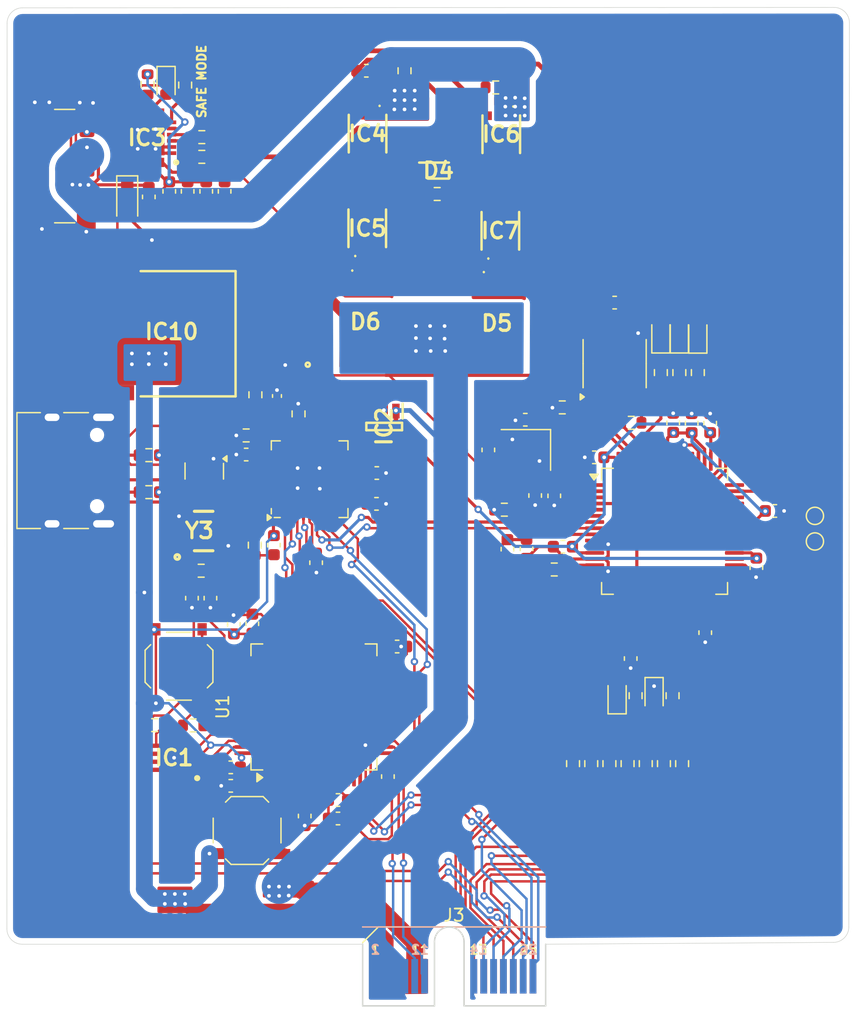
<source format=kicad_pcb>
(kicad_pcb (version 20240108) (generator "pcbnew") (generator_version "8.0")
  (layers (0 "F.Cu" signal) (31 "B.Cu" signal) (34 "B.Paste" user) (35 "F.Paste" user) (36 "B.SilkS" user "B.Silkscreen") (37 "F.SilkS" user "F.Silkscreen") (38 "B.Mask" user) (39 "F.Mask" user) (44 "Edge.Cuts" user))
  (net 0 "")
  (net 1 "/USB Hub/XIN")
  (net 2 "/USB Hub/XOUT")
  (net 3 "+3.3V")
  (net 4 "Net-(IC3-VCCD)")
  (net 5 "/Power/VBUS")
  (net 6 "/Power/VBUS_FET")
  (net 8 "+5V")
  (net 9 "/FTDI/TMS_TRGT")
  (net 10 "/FTDI/TXD_TRGT")
  (net 11 "/FTDI/TDO_TRGT")
  (net 12 "/FTDI/TDI_TRGT")
  (net 13 "/FTDI/RXD_TRGT")
  (net 14 "+1V8")
  (net 15 "/FTDI/OSCI")
  (net 16 "/FTDI/OSCO")
  (net 17 "/FTDI/SRST_N_TRGT")
  (net 18 "/FTDI/TCK_TRGT")
  (net 19 "GND")
  (net 20 "/STM32/NRST")
  (net 21 "/USB Host/DM_H")
  (net 22 "/USB Host/VBUS")
  (net 23 "/USB Host/DP_H")
  (net 24 "Net-(D2-A)")
  (net 25 "Net-(D2-K)")
  (net 26 "Net-(D4-K)")
  (net 27 "/Power/VOUT_PD")
  (net 28 "/Power/VDC_OUT")
  (net 29 "/FTDI/SWD_EN_LED")
  (net 30 "/FTDI/RX_LED_K")
  (net 31 "/FTDI/TX_LED_K")
  (net 32 "/FTDI/USB_LED_K")
  (net 33 "/FTDI/ACT_LED_K")
  (net 34 "/STM32/CAN TX")
  (net 35 "Net-(IC1-SHDNVIO)")
  (net 36 "/Connector/CANL")
  (net 37 "/Connector/CANH")
  (net 38 "/STM32/CAN_RX")
  (net 43 "Net-(IC3-CC1)")
  (net 44 "Net-(IC3-CC2)")
  (net 46 "Net-(IC3-VBUS_FET_EN)")
  (net 47 "Net-(IC3-SAFE_PWR_EN)")
  (net 48 "Net-(IC3-FLIP)")
  (net 51 "Net-(IC6-D_1)")
  (net 52 "/Power/SAFE_PWR")
  (net 55 "Net-(J1-CC2)")
  (net 56 "Net-(J1-CC1)")
  (net 58 "/Connector/I2C_SDA")
  (net 59 "/FTDI/RXD")
  (net 60 "/Connector/USB+")
  (net 61 "/Connector/USB2-?")
  (net 62 "/FTDI/SRST")
  (net 63 "/FTDI/TCK")
  (net 64 "/FTDI/TMS")
  (net 65 "/Connector/USB2+?")
  (net 66 "/FTDI/TXD")
  (net 67 "/FTDI/TDI")
  (net 68 "/FTDI/TDO")
  (net 69 "/Connector/I2C_SCL")
  (net 70 "/Connector/USB-")
  (net 71 "Net-(U2-SUSP_IND{slash}LOCAL_PWR{slash}NON_REM0)")
  (net 72 "Net-(U2-HS_IND{slash}CFG_SEL1)")
  (net 73 "Net-(U2-RBIAS)")
  (net 74 "/FTDI/EE_CS")
  (net 75 "/FTDI/REF")
  (net 76 "/FTDI/EE_DO")
  (net 77 "/FTDI/EE_DATA")
  (net 78 "/FTDI/RESET_N")
  (net 79 "/FTDI/SWD_EN")
  (net 80 "/FTDI/ACT_LED_N")
  (net 81 "/FTDI/RX_LED_N")
  (net 82 "/FTDI/TX_LED_N")
  (net 83 "/FTDI/USB_LED_N")
  (net 84 "/FTDI/SWDIO_OE_N")
  (net 85 "/FTDI/RTS_N")
  (net 86 "/FTDI/CTS_N")
  (net 87 "/STM32/USB+")
  (net 88 "/STM32/USB-")
  (net 93 "/FTDI/DM")
  (net 97 "/FTDI/DP")
  (net 107 "/FTDI/EE_CLK")
  (net 128 "Net-(U2-RESET_N)")
  (net 167 "Net-(U1-PA14)")
  (net 169 "Net-(R9-Pad1)")
  (footprint "Capacitor_SMD:C_0603_1608Metric" (layer "F.Cu") (at 74 80.75 180)
    (property "Reference" "C28" (hide yes))
    (property "Value" "100nF" (hide yes))
  )
  (footprint "Diode_SMD:D_SOD-323_HandSoldering" (layer "F.Cu") (at 38.65 52.675 -90)
    (property "Reference" "D3" (hide yes))
    (property "Value" "24V" (hide yes))
  )
  (footprint "Package_QFP:LQFP-64_10x10mm_P0.5mm" (layer "F.Cu") (at 53.8 93.75 90)
    (property "Reference" "U1")
    (property "Value" "STM32F072RBH6" (hide yes))
  )
  (footprint "Resistor_SMD:R_0603_1608Metric" (layer "F.Cu") (at 82.2 98.35 90)
    (property "Reference" "R36" (hide yes))
    (property "Value" "100R" (hide yes))
  )
  (footprint "SamacSys_Parts:PMEG045V100EPEQZ" (layer "F.Cu") (at 68.65 62.625 180)
    (property "Reference" "D5")
    (property "Value" "PMEG045V100EPE-QZ" (hide yes))
  )
  (footprint "Resistor_SMD:R_0603_1608Metric" (layer "F.Cu") (at 74.825 98.35 90)
    (property "Reference" "R32" (hide yes))
    (property "Value" "100R" (hide yes))
  )
  (footprint "Capacitor_SMD:C_0603_1608Metric" (layer "F.Cu") (at 48.3 73.275 180)
    (property "Reference" "C45" (hide yes))
    (property "Value" "10nf" (hide yes))
  )
  (footprint "Capacitor_SMD:C_0603_1608Metric" (layer "F.Cu") (at 55.75 102.8 180)
    (property "Reference" "C51" (hide yes))
    (property "Value" "4.7uF" (hide yes))
  )
  (footprint "Resistor_SMD:R_0603_1608Metric" (layer "F.Cu") (at 61.15 42.14 -90)
    (property "Reference" "R4" (hide yes))
    (property "Value" "10k" (hide yes))
  )
  (footprint "Resistor_SMD:R_0603_1608Metric" (layer "F.Cu") (at 82.9 92.8375 90)
    (property "Reference" "R21" (hide yes))
    (property "Value" "1k" (hide yes))
  )
  (footprint "Resistor_SMD:R_0603_1608Metric" (layer "F.Cu") (at 79.25 98.35 90)
    (property "Reference" "R33" (hide yes))
    (property "Value" "100R" (hide yes))
  )
  (footprint "Capacitor_SMD:C_0603_1608Metric" (layer "F.Cu") (at 53.05 102.6 90)
    (property "Reference" "C43" (hide yes))
    (property "Value" "100nF" (hide yes))
  )
  (footprint "SamacSys_Parts:DMP3036SFV7" (layer "F.Cu") (at 69 47.29 180)
    (property "Reference" "IC6")
    (property "Value" "DMP3013SFV-7" (hide yes))
  )
  (footprint "Resistor_SMD:R_0603_1608Metric" (layer "F.Cu") (at 73.3 82.6 180)
    (property "Reference" "R20" (hide yes))
    (property "Value" "10k" (hide yes))
  )
  (footprint "Resistor_SMD:R_0603_1608Metric" (layer "F.Cu") (at 44 95.25)
    (property "Reference" "R9" (hide yes))
    (property "Value" "10k" (hide yes))
  )
  (footprint "Capacitor_SMD:C_0603_1608Metric" (layer "F.Cu") (at 82.95 70.7 90)
    (property "Reference" "C34" (hide yes))
    (property "Value" "100nF" (hide yes))
  )
  (footprint "Capacitor_SMD:C_0603_1608Metric" (layer "F.Cu") (at 47.3 87.05 90)
    (property "Reference" "C52" (hide yes))
    (property "Value" "1uF" (hide yes))
  )
  (footprint "Capacitor_SMD:C_0603_1608Metric" (layer "F.Cu") (at 85.95 70.725 90)
    (property "Reference" "C25" (hide yes))
    (property "Value" "4u7" (hide yes))
  )
  (footprint "Connector_Samtec_HSEC8:Samtec_HSEC8-113-X-X-DV_2x13_P0.8mm_Edge" (layer "F.Cu") (at 65.175 118)
    (property "Reference" "J3")
    (property "Value" "Conn_02x13_Row_Letter_Last" (hide yes))
    (fp_line (start -7.425 -5) (end -7.425 0) (stroke (width 0.12)) (layer "Edge.Cuts"))
    (fp_line (start -7.425 0) (end -1.595 0) (stroke (width 0.12)) (layer "Edge.Cuts"))
    (fp_line (start -1.595 0) (end -1.595 -5.2) (stroke (width 0.12)) (layer "Edge.Cuts"))
    (fp_line (start 0.805 -5.2) (end 0.805 0) (stroke (width 0.12)) (layer "Edge.Cuts"))
    (fp_line (start 0.805 0) (end 7.425 0) (stroke (width 0.12)) (layer "Edge.Cuts"))
    (fp_line (start 7.425 0) (end 7.425 -5) (stroke (width 0.12)) (layer "Edge.Cuts"))
    (fp_arc (start -1.595 -5.2) (mid -0.395 -6.4) (end 0.805 -5.2) (stroke (width 0.12)) (layer "Edge.Cuts"))
  )
  (footprint "Capacitor_SMD:C_0603_1608Metric" (layer "F.Cu") (at 60.55 88.85)
    (property "Reference" "C40" (hide yes))
    (property "Value" "100nf" (hide yes))
  )
  (footprint "Resistor_SMD:R_0603_1608Metric" (layer "F.Cu") (at 68.55 43.495 180)
    (property "Reference" "R13" (hide yes))
    (property "Value" "47k" (hide yes))
  )
  (footprint "SamacSys_Parts:DMP3036SFV7" (layer "F.Cu") (at 58.15 47.24 180)
    (property "Reference" "IC4")
    (property "Value" "DMP3013SFV-7" (hide yes))
  )
  (footprint "Package_SO:SOIC-8_3.9x4.9mm_P1.27mm" (layer "F.Cu") (at 78.2 65.9 90)
    (property "Reference" "U4" (hide yes))
    (property "Value" "93LCxxB" (hide yes))
  )
  (footprint "Resistor_SMD:R_0603_1608Metric" (layer "F.Cu") (at 44.65 82.7 180)
    (property "Reference" "R5" (hide yes))
    (property "Value" "1M" (hide yes))
  )
  (footprint "Capacitor_SMD:C_0603_1608Metric" (layer "F.Cu") (at 58.9 74.775)
    (property "Reference" "C47" (hide yes))
    (property "Value" "10nf" (hide yes))
  )
  (footprint "Resistor_SMD:R_0603_1608Metric" (layer "F.Cu") (at 48.3 71.725)
    (property "Reference" "R6" (hide yes))
    (property "Value" "56k" (hide yes))
  )
  (footprint "LED_SMD:LED_0603_1608Metric" (layer "F.Cu") (at 81.4 92.85 -90)
    (property "Reference" "D8" (hide yes))
    (property "Value" "LED" (hide yes))
  )
  (footprint "SamacSys_Parts:DMP3036SFV7" (layer "F.Cu") (at 58.125 54.92)
    (property "Reference" "IC5")
    (property "Value" "DMP3013SFV-7" (hide yes))
  )
  (footprint "SamacSys_Parts:DMP3036SFV7" (layer "F.Cu") (at 68.925 55.125)
    (property "Reference" "IC7")
    (property "Value" "DMP3013SFV-7" (hide yes))
  )
  (footprint "Resistor_SMD:R_0603_1608Metric" (layer "F.Cu") (at 73.95 69.45 180)
    (property "Reference" "R16" (hide yes))
    (property "Value" "10k" (hide yes))
  )
  (footprint "Resistor_SMD:R_0603_1608Metric" (layer "F.Cu") (at 83.45 66.625 -90)
    (property "Reference" "R23" (hide yes))
    (property "Value" "1k" (hide yes))
  )
  (footprint "Capacitor_SMD:C_0603_1608Metric" (layer "F.Cu") (at 70.95 70.45 180)
    (property "Reference" "C20" (hide yes))
    (property "Value" "27pF" (hide yes))
  )
  (footprint "Capacitor_SMD:C_0603_1608Metric" (layer "F.Cu") (at 89.7 82.45 -90)
    (property "Reference" "C32" (hide yes))
    (property "Value" "100nF" (hide yes))
  )
  (footprint "Capacitor_SMD:C_0603_1608Metric" (layer "F.Cu") (at 53.975 82.05 -90)
    (property "Reference" "C44" (hide yes))
    (property "Value" "100nf" (hide yes))
  )
  (footprint "SamacSys_Parts:PMEG045V100EPEQZ" (layer "F.Cu") (at 57.975 62.5 180)
    (property "Reference" "D6")
    (property "Value" "PMEG045V100EPE-QZ" (hide yes))
  )
  (footprint "Resistor_SMD:R_0603_1608Metric" (layer "F.Cu") (at 84.95 66.625 -90)
    (property "Reference" "R24" (hide yes))
    (property "Value" "1k" (hide yes))
  )
  (footprint "Capacitor_SMD:C_0603_1608Metric" (layer "F.Cu") (at 48.8 87 90)
    (property "Reference" "C4" (hide yes))
    (property "Value" "10uf" (hide yes))
  )
  (footprint "Package_QFP:LQFP-64_10x10mm_P0.5mm" (layer "F.Cu") (at 82.25 79.5)
    (property "Reference" "U5" (hide yes))
    (property "Value" "FT2232HL" (hide yes))
  )
  (footprint "Capacitor_SMD:C_0603_1608Metric" (layer "F.Cu") (at 43.9 84.925 90)
    (property "Reference" "C2" (hide yes))
    (property "Value" "27pF" (hide yes))
  )
  (footprint "Resistor_SMD:R_0603_1608Metric" (layer "F.Cu") (at 77.775 98.35 90)
    (property "Reference" "R34" (hide yes))
    (property "Value" "100R" (hide yes))
  )
  (footprint "Resistor_SMD:R_0603_1608Metric" (layer "F.Cu") (at 40.3 43.25 90)
    (property "Reference" "R14" (hide yes))
    (property "Value" "4.7k" (hide yes))
  )
  (footprint "Capacitor_SMD:C_0603_1608Metric" (layer "F.Cu") (at 40.4 52.375 -90)
    (property "Reference" "C9" (hide yes))
    (property "Value" "3.3uF,15V" (hide yes))
  )
  (footprint "Resistor_SMD:R_0603_1608Metric" (layer "F.Cu") (at 83.675 98.35 -90)
    (property "Reference" "R37" (hide yes))
    (property "Value" "100R" (hide yes))
  )
  (footprint "Capacitor_SMD:C_0603_1608Metric" (layer "F.Cu") (at 59.8 99.4 90)
    (property "Reference" "C39" (hide yes))
    (property "Value" "100nf" (hide yes))
  )
  (footprint "Capacitor_SMD:C_0603_1608Metric" (layer "F.Cu") (at 69.5 80.95 -90)
    (property "Reference" "C23" (hide yes))
    (property "Value" "4u7" (hide yes))
  )
  (footprint "SamacSys_Parts:QFN50P400X400X60-25N-D" (layer "F.Cu") (at 40.25 47.575 180)
    (property "Reference" "IC3")
    (property "Value" "CYPD3177-24LQXQ" (hide yes))
  )
  (footprint "Capacitor_SMD:C_0603_1608Metric" (layer "F.Cu") (at 73.3 76.625 -90)
    (property "Reference" "C24" (hide yes))
    (property "Value" "4u7" (hide yes))
  )
  (footprint "Capacitor_SMD:C_0603_1608Metric" (layer "F.Cu") (at 67.95 72.9 90)
    (property "Reference" "C22" (hide yes))
    (property "Value" "27pF" (hide yes))
  )
  (footprint "Package_TO_SOT_SMD:SOT-143" (layer "F.Cu") (at 44.9 74.6125 -90)
    (property "Reference" "D1" (hide yes))
    (property "Value" "PRTR5V0U2X" (hide yes))
  )
  (footprint "Resistor_SMD:R_0603_1608Metric" (layer "F.Cu") (at 40.4 76.325)
    (property "Reference" "R2" (hide yes))
    (property "Value" "5.1k" (hide yes))
  )
  (footprint "Package_DFN_QFN:QFN-36-1EP_6x6mm_P0.5mm_EP3.7x3.7mm" (layer "F.Cu") (at 53.45 75.275 90)
    (property "Reference" "U2" (hide yes))
    (property "Value" "USB2514B_Bi" (hide yes))
  )
  (footprint "Button_Switch_SMD:SW_Push_1P1T_XKB_TS-1187A" (layer "F.Cu") (at 48.375 103.775 180)
    (property "Reference" "SW4" (hide yes))
    (property "Value" "SW_Push" (hide yes))
  )
  (footprint "Capacitor_SMD:C_0603_1608Metric" (layer "F.Cu") (at 58.05 42.14)
    (property "Reference" "C10" (hide yes))
    (property "Value" "1uF" (hide yes))
  )
  (footprint "Capacitor_SMD:C_0603_1608Metric" (layer "F.Cu") (at 47.05 100.15 180)
    (property "Reference" "C50" (hide yes))
    (property "Value" "4.7uF" (hide yes))
  )
  (footprint "Capacitor_SMD:C_0603_1608Metric" (layer "F.Cu") (at 76.55 73.5 180)
    (property "Reference" "C30" (hide yes))
    (property "Value" "100nF" (hide yes))
  )
  (footprint "Resistor_SMD:R_0603_1608Metric" (layer "F.Cu") (at 63.8 52.14 180)
    (property "Reference" "R11" (hide yes))
    (property "Value" "47k" (hide yes))
  )
  (footprint "Resistor_SMD:R_0603_1608Metric" (layer "F.Cu") (at 49 80.625 90)
    (property "Reference" "R8" (hide yes))
    (property "Value" "12k" (hide yes))
  )
  (footprint "Resistor_SMD:R_0603_1608Metric" (layer "F.Cu") (at 79.55 70.7 180)
    (property "Reference" "R19" (hide yes))
    (property "Value" "2k" (hide yes))
  )
  (footprint "Connector_USB:USB_C_Receptacle_GCT_USB4135-GF-A_6P_TopMnt_Horizontal" (layer "F.Cu") (at 32.35 49.875 -90)
    (property "Reference" "J2" (hide yes))
    (property "Value" "USB_C_Receptacle_PowerOnly_24P" (hide yes))
  )
  (footprint "Capacitor_SMD:C_0603_1608Metric" (layer "F.Cu") (at 58.875 77.275)
    (property "Reference" "C48" (hide yes))
    (property "Value" "10nf" (hide yes))
  )
  (footprint "LED_SMD:LED_0603_1608Metric" (layer "F.Cu") (at 81.95 63.55 90)
    (property "Reference" "D11" (hide yes))
    (property "Value" "LED" (hide yes))
  )
  (footprint "Capacitor_SMD:C_0402_1005Metric" (layer "F.Cu") (at 50.8 68.525 90)
    (property "Reference" "C49" (hide yes))
    (property "Value" "0.1uF" (hide yes))
  )
  (footprint "Capacitor_SMD:C_0603_1608Metric" (layer "F.Cu") (at 42.06 51.925 -90)
    (property "Reference" "C7" (hide yes))
    (property "Value" "1uF" (hide yes))
  )
  (footprint "Resistor_SMD:R_0603_1608Metric" (layer "F.Cu") (at 69.25 77.75 180)
    (property "Reference" "R18" (hide yes))
    (property "Value" "12k" (hide yes))
  )
  (footprint "LED_SMD:LED_0603_1608Metric" (layer "F.Cu") (at 83.45 63.55 90)
    (property "Reference" "D9" (hide yes))
    (property "Value" "LED" (hide yes))
  )
  (footprint "Resistor_SMD:R_0603_1608Metric" (layer "F.Cu") (at 40.875 95.225)
    (property "Reference" "R15" (hide yes))
    (property "Value" "10k" (hide yes))
  )
  (footprint "Resistor_SMD:R_0603_1608Metric" (layer "F.Cu") (at 76.3 98.35 90)
    (property "Reference" "R35" (hide yes))
    (property "Value" "100R" (hide yes))
  )
  (footprint "TestPoint:TestPoint_Pad_D1.0mm" (layer "F.Cu") (at 94.45 80.325)
    (property "Reference" "TP1" (hide yes))
    (property "Value" "TestPoint" (hide yes))
  )
  (footprint "LED_SMD:LED_0603_1608Metric" (layer "F.Cu") (at 78.4 92.825 90)
    (property "Reference" "D12" (hide yes))
    (property "Value" "LED" (hide yes))
  )
  (footprint "Resistor_SMD:R_0603_1608Metric" (layer "F.Cu") (at 49.05 68.425 90)
    (property "Reference" "R38" (hide yes))
    (property "Value" "100k" (hide yes))
  )
  (footprint "Capacitor_SMD:C_0603_1608Metric" (layer "F.Cu") (at 45.06 51.925 -90)
    (property "Reference" "C3" (hide yes))
    (property "Value" "100nF" (hide yes))
  )
  (footprint "Capacitor_SMD:C_0603_1608Metric" (layer "F.Cu") (at 50.55 80.625 -90)
    (property "Reference" "C46" (hide yes))
    (property "Value" "10nf" (hide yes))
  )
  (footprint "Button_Switch_SMD:SW_Push_1P1T_XKB_TS-1187A" (layer "F.Cu") (at 42.85 90.45 90)
    (property "Reference" "SW3" (hide yes))
    (property "Value" "SW_Push" (hide yes))
  )
  (footprint "Resistor_SMD:R_0603_1608Metric" (layer "F.Cu") (at 44.7 49.125)
    (property "Reference" "R10" (hide yes))
    (property "Value" "1k" (hide yes))
  )
  (footprint "LED_SMD:LED_0603_1608Metric" (layer "F.Cu") (at 41.8 43.275 -90)
    (property "Reference" "D2" (hide yes))
    (property "Value" "LED" (hide yes))
  )
  (footprint "Capacitor_SMD:C_0603_1608Metric" (layer "F.Cu") (at 79.5 89.825 -90)
    (property "Reference" "C29" (hide yes))
    (property "Value" "100nF" (hide yes))
  )
  (footprint "Crystal:Crystal_SMD_3225-4Pin_3.2x2.5mm" (layer "F.Cu") (at 71 72.9 180)
    (property "Reference" "Y2" (hide yes))
    (property "Value" "Crystal_GND24" (hide yes))
  )
  (footprint "SamacSys_Parts:SODFL2513X100N" (layer "F.Cu") (at 63.9 50.24)
    (property "Reference" "D4")
    (property "Value" "15V" (hide yes))
  )
  (footprint "SamacSys_Parts:SON65P300X300X100-9N-D" (layer "F.Cu") (at 42.45 97.875 180)
    (property "Reference" "IC1")
    (property "Value" "TCAN3413DRBR" (hide yes))
  )
  (footprint "Resistor_SMD:R_0603_1608Metric" (layer "F.Cu") (at 81.95 66.625 -90)
    (property "Reference" "R25" (hide yes))
    (property "Value" "1k" (hide yes))
  )
  (footprint "SamacSys_Parts:KTT0003B" (layer "F.Cu") (at 38.8 63.475)
    (property "Reference" "IC10")
    (property "Value" "LMS1585AISX-3.3_NO" (hide yes))
  )
  (footprint "Capacitor_SMD:C_0603_1608Metric" (layer "F.Cu") (at 84.45 70.725 90)
    (property "Reference" "C21" (hide yes))
    (property "Value" "100nF" (hide yes))
  )
  (footprint "Resistor_SMD:R_0603_1608Metric" (layer "F.Cu") (at 40.4 73.325)
    (property "Reference" "R1" (hide yes))
    (property "Value" "5.1k" (hide yes))
  )
  (footprint "Capacitor_SMD:C_0603_1608Metric" (layer "F.Cu") (at 47.05 98.65 180)
    (property "Reference" "C38" (hide yes))
    (property "Value" "100nf" (hide yes))
  )
  (footprint "SamacSys_Parts:SOT95P280X145-5N" (layer "F.Cu") (at 59.5 71 -90)
    (property "Reference" "IC2")
    (property "Value" "TLV74018PDBVR" (hide yes))
  )
  (footprint "Capacitor_SMD:C_0603_1608Metric" (layer "F.Cu") (at 91.2 77.85)
    (property "Reference" "C33" (hide yes))
    (property "Value" "100nF" (hide yes))
  )
  (footprint "Connector_USB:USB_C_Receptacle_HRO_TYPE-C-31-M-12" (layer "F.Cu") (at 33.6 74.575 -90)
    (property "Reference" "J1" (hide yes))
    (property "Value" "USB_C_Receptacle" (hide yes))
  )
  (footprint "Resistor_SMD:R_0603_1608Metric" (layer "F.Cu") (at 52.55 69.975 -90)
    (property "Reference" "R7" (hide yes))
    (property "Value" "56k" (hide yes))
  )
  (footprint "LED_SMD:LED_0603_1608Metric" (layer "F.Cu") (at 84.95 63.5625 90)
    (property "Reference" "D10" (hide yes))
    (property "Value" "LED" (hide yes))
  )
  (footprint "Capacitor_SMD:C_0603_1608Metric" (layer "F.Cu") (at 85.55 87.725 -90)
    (property "Reference" "C31" (hide yes))
    (property "Value" "100nF" (hide yes))
  )
  (footprint "Resistor_SMD:R_0603_1608Metric" (layer "F.Cu") (at 43.35 43.3 -90)
    (property "Reference" "R3" (hide yes))
    (property "Value" "2.4k" (hide yes))
  )
  (footprint "Resistor_SMD:R_0603_1608Metric" (layer "F.Cu") (at 80.725 98.35 90)
    (property "Reference" "R31" (hide yes))
    (property "Value" "100R" (hide yes))
  )
  (footprint "Capacitor_SMD:C_0603_1608Metric" (layer "F.Cu") (at 46.55 51.925 -90)
    (property "Reference" "C8" (hide yes))
    (property "Value" "1nF" (hide yes))
  )
  (footprint "Capacitor_SMD:C_0603_1608Metric" (layer "F.Cu") (at 43.55 51.925 -90)
    (property "Reference" "C6" (hide yes))
    (property "Value" "100nF" (hide yes))
  )
  (footprint "Capacitor_SMD:C_0603_1608Metric" (layer "F.Cu") (at 71.75 76.6 -90)
    (property "Reference" "C27" (hide yes))
    (property "Value" "100nF" (hide yes))
  )
  (footprint "SamacSys_Parts:ABM3B" (layer "F.Cu") (at 44.85 79.478985)
    (property "Reference" "Y3")
    (property "Value" "ABM3B-24.000MHZ-B2-T" (hide yes))
  )
  (footprint "Capacitor_SMD:C_0603_1608Metric" (layer "F.Cu") (at 78.2 60.95)
    (property "Reference" "C5" (hide yes))
    (property "Value" "100nF" (hide yes))
  )
  (footprint "Capacitor_SMD:C_0603_1608Metric" (layer "F.Cu") (at 55.75 101.3 180)
    (property "Reference" "C19" (hide yes))
    (property "Value" "100nf" (hide yes))
  )
  (footprint "TestPoint:TestPoint_Pad_D1.0mm" (layer "F.Cu") (at 94.45 78.25)
    (property "Reference" "TP2" (hide yes))
    (property "Value" "TestPoint" (hide yes))
  )
  (footprint "Resistor_SMD:R_0603_1608Metric" (layer "F.Cu") (at 44.7 47.525)
    (property "Reference" "R12" (hide yes))
    (property "Value" "1k" (hide yes))
  )
  (footprint "Capacitor_SMD:C_0603_1608Metric" (layer "F.Cu") (at 71.05 80.925 -90)
    (property "Reference" "C26" (hide yes))
    (property "Value" "100nF" (hide yes))
  )
  (footprint "Capacitor_SMD:C_0603_1608Metric" (layer "F.Cu") (at 45.4 84.925 90)
    (property "Reference" "C1" (hide yes))
    (property "Value" "27pF" (hide yes))
  )
  (footprint "Resistor_SMD:R_0603_1608Metric" (layer "F.Cu") (at 79.9 92.8375 -90)
    (property "Reference" "R22" (hide yes))
    (property "Value" "1k" (hide yes))
  )
  (gr_arc (start 30.133883 113) (mid 29.25 112.633883) (end 28.883883 111.75) (stroke (width 0.05)) (layer "Edge.Cuts"))
  (gr_arc (start 96 37) (mid 96.883883 37.366117) (end 97.25 38.25) (stroke (width 0.05)) (layer "Edge.Cuts"))
  (gr_line (start 28.883883 111.75) (end 28.9 38.283883) (stroke (width 0.05)) (layer "Edge.Cuts"))
  (gr_arc (start 97.2 111.6) (mid 96.833883 112.483883) (end 95.95 112.85) (stroke (width 0.05)) (layer "Edge.Cuts"))
  (gr_arc (start 28.9 38.283883) (mid 29.266117 37.4) (end 30.15 37.033883) (stroke (width 0.05)) (layer "Edge.Cuts"))
  (gr_line (start 97.25 38.25) (end 97.2 111.6) (stroke (width 0.05)) (layer "Edge.Cuts"))
  (gr_line (start 72.6 113) (end 95.95 112.85) (stroke (width 0.05)) (layer "Edge.Cuts"))
  (gr_line (start 30.15 37.033883) (end 96 37) (stroke (width 0.05)) (layer "Edge.Cuts"))
  (gr_line (start 57.75 113) (end 30.133883 113) (stroke (width 0.05)) (layer "Edge.Cuts"))
  (gr_text "SAFE MODE" (at 45.1 46.075 90) (layer "F.SilkS") (effects (font (size 0.7 0.7) (thickness 0.175) (bold yes)) (justify left bottom)))
  (segment (start 45.475 82.7) (end 45.475 84.075) (width 0.2) (layer "F.Cu") (net 1))
  (segment (start 45.475 79.653985) (end 45.475 82.7) (width 0.2) (layer "F.Cu") (net 1))
  (segment (start 45.475 84.075) (end 45.4 84.15) (width 0.2) (layer "F.Cu") (net 1))
  (segment (start 45.4 82.775) (end 45.475 82.7) (width 0.2) (layer "F.Cu") (net 1))
  (segment (start 50.5125 75.775) (end 49.353985 75.775) (width 0.2) (layer "F.Cu") (net 1))
  (segment (start 49.353985 75.775) (end 46.85 78.278985) (width 0.2) (layer "F.Cu") (net 1))
  (segment (start 46.85 78.278985) (end 45.475 79.653985) (width 0.2) (layer "F.Cu") (net 1))
  (segment (start 45.55 82.7) (end 45.475 82.7) (width 0.254) (layer "F.Cu") (net 1))
  (segment (start 47.9 75.275) (end 42.85 80.325) (width 0.2) (layer "F.Cu") (net 2))
  (segment (start 50.5125 75.275) (end 47.9 75.275) (width 0.2) (layer "F.Cu") (net 2))
  (segment (start 43.9 82.775) (end 43.825 82.7) (width 0.2) (layer "F.Cu") (net 2))
  (segment (start 43.825 82.7) (end 43.825 84.075) (width 0.2) (layer "F.Cu") (net 2))
  (segment (start 42.85 80.678985) (end 42.85 81.725) (width 0.2) (layer "F.Cu") (net 2))
  (segment (start 43.825 84.075) (end 43.9 84.15) (width 0.2) (layer "F.Cu") (net 2))
  (segment (start 42.85 80.325) (end 42.85 80.678985) (width 0.2) (layer "F.Cu") (net 2))
  (segment (start 42.85 81.725) (end 43.825 82.7) (width 0.2) (layer "F.Cu") (net 2))
  (segment (start 53.45 77.747432) (end 53.45 78.2125) (width 0.254) (layer "F.Cu") (net 3))
  (segment (start 77.420592 79.75) (end 78.775 79.75) (width 0.254) (layer "F.Cu") (net 3))
  (segment (start 71.025 80.175) (end 71.05 80.15) (width 0.254) (layer "F.Cu") (net 3))
  (segment (start 50.977568 73.775) (end 51.252 74.049432) (width 0.254) (layer "F.Cu") (net 3))
  (segment (start 41 50.2) (end 41 49.575) (width 0.2) (layer "F.Cu") (net 3))
  (segment (start 42.8 46.825) (end 42.25 46.825) (width 0.2) (layer "F.Cu") (net 3))
  (segment (start 49.325 100.15) (end 47.825 100.15) (width 0.2) (layer "F.Cu") (net 3))
  (segment (start 69.5 80.175) (end 68.698 80.977) (width 0.254) (layer "F.Cu") (net 3))
  (segment (start 59.475 96.5) (end 58.66759 96.5) (width 0.2) (layer "F.Cu") (net 3))
  (segment (start 55.675 73.2) (end 55.675 74.639386) (width 0.2) (layer "F.Cu") (net 3))
  (segment (start 44.72353 97.55) (end 43.9 97.55) (width 0.2) (layer "F.Cu") (net 3))
  (segment (start 90.425 77.875) (end 90.4 77.875) (width 0.254) (layer "F.Cu") (net 3))
  (segment (start 60.118513 100.493513) (end 60.118513 104.181487) (width 0.2) (layer "F.Cu") (net 3))
  (segment (start 85.5 86.9) (end 85.55 86.95) (width 0.254) (layer "F.Cu") (net 3))
  (segment (start 71.525 66.85) (end 59.625 66.85) (width 0.254) (layer "F.Cu") (net 3))
  (segment (start 84.9375 62.7625) (end 84.95 62.775) (width 0.254) (layer "F.Cu") (net 3))
  (segment (start 49.225 66.975) (end 49.05 67.15) (width 0.2) (layer "F.Cu") (net 3))
  (segment (start 85.5 72.837355) (end 85.5 73.825) (width 0.254) (layer "F.Cu") (net 3))
  (segment (start 80 84.329408) (end 80 85.175) (width 0.254) (layer "F.Cu") (net 3))
  (segment (start 41 50.254) (end 41.896 51.15) (width 0.254) (layer "F.Cu") (net 3))
  (segment (start 71.45 79.75) (end 71.05 80.15) (width 0.254) (layer "F.Cu") (net 3))
  (segment (start 49.05 67.15) (end 49.05 67.6) (width 0.2) (layer "F.Cu") (net 3))
  (segment (start 78.227 60.148) (end 79.772999 60.148) (width 0.254) (layer "F.Cu") (net 3))
  (segment (start 56.05 99.425) (end 56.05 100.675) (width 0.2) (layer "F.Cu") (net 3))
  (segment (start 56.05 100.675) (end 56.625 101.25) (width 0.2) (layer "F.Cu") (net 3))
  (segment (start 51.2 73.775) (end 51.273 73.702) (width 0.254) (layer "F.Cu") (net 3))
  (segment (start 50.6895 77.452) (end 51.85 77.452) (width 0.254) (layer "F.Cu") (net 3))
  (segment (start 79.772999 60.148) (end 81.95 62.325001) (width 0.254) (layer "F.Cu") (net 3))
  (segment (start 84.45 71.787355) (end 85.5 72.837355) (width 0.254) (layer "F.Cu") (net 3))
  (segment (start 47.925 97.875) (end 47.825 97.8) (width 0.2) (layer "F.Cu") (net 3))
  (segment (start 48.9 87.775) (end 49.75 87.775) (width 0.2) (layer "F.Cu") (net 3))
  (segment (start 74.7 77.25) (end 73.3 75.85) (width 0.254) (layer "F.Cu") (net 3))
  (segment (start 53.675 105.65) (end 51.375 105.65) (width 0.2) (layer "F.Cu") (net 3))
  (segment (start 43.325 46.3) (end 42.8 46.825) (width 0.2) (layer "F.Cu") (net 3))
  (segment (start 80 88.55) (end 79.5 89.05) (width 0.254) (layer "F.Cu") (net 3))
  (segment (start 56.525 102.8) (end 53.675 105.65) (width 0.2) (layer "F.Cu") (net 3))
  (segment (start 47.825 98.65) (end 47.925 97.875) (width 0.2) (layer "F.Cu") (net 3))
  (segment (start 53.45 78.2125) (end 53.45 78.75) (width 0.2) (layer "F.Cu") (net 3))
  (segment (start 78.775 79.75) (end 80 80.975) (width 0.254) (layer "F.Cu") (net 3))
  (segment (start 47.825 100.15) (end 47.825 98.65) (width 0.2) (layer "F.Cu") (net 3))
  (segment (start 79.920592 77.25) (end 80.122796 77.047796) (width 0.254) (layer "F.Cu") (net 3))
  (segment (start 84.425 71.525) (end 84.45 71.5) (width 0.254) (layer "F.Cu") (net 3))
  (segment (start 50.5125 77.275) (end 50.5125 79.8125) (width 0.254) (layer "F.Cu") (net 3))
  (segment (start 50.5125 79.8125) (end 50.55 79.85) (width 0.254) (layer "F.Cu") (net 3))
  (segment (start 81.95 62.7625) (end 84.9375 62.7625) (width 0.254) (layer "F.Cu") (net 3))
  (segment (start 89.525 78.75) (end 87.925 78.75) (width 0.254) (layer "F.Cu") (net 3))
  (segment (start 53.65 80.95) (end 53.975 81.275) (width 0.2) (layer "F.Cu") (net 3))
  (segment (start 82.975 71.525) (end 82.9 71.525) (width 0.254) (layer "F.Cu") (net 3))
  (segment (start 38.890256 52.4) (end 37.85 53.440256) (width 0.2) (layer "F.Cu") (net 3))
  (segment (start 37.85 58.2875) (end 38.255 58.6925) (width 0.2) (layer "F.Cu") (net 3))
  (segment (start 55.627 74.948) (end 55.627 76.979568) (width 0.254) (layer "F.Cu") (net 3))
  (segment (start 73.275 75.825) (end 73.3 75.85) (width 0.254) (layer "F.Cu") (net 3))
  (segment (start 58.4 96.23241) (end 58.4 90.26759) (width 0.2) (layer "F.Cu") (net 3))
  (segment (start 55.627 76.979568) (end 55.922432 77.275) (width 0.254) (layer "F.Cu") (net 3))
  (segment (start 78.4 92.0375) (end 78.4 90.15) (width 0.254) (layer "F.Cu") (net 3))
  (segment (start 44.175 66.85) (end 49.225 66.85) (width 0.2) (layer "F.Cu") (net 3))
  (segment (start 50.05 99.425) (end 49.325 100.15) (width 0.2) (layer "F.Cu") (net 3))
  (segment (start 82.95 71.475) (end 82.975 71.45) (width 0.254) (layer "F.Cu") (net 3))
  (segment (start 50.5125 73.775) (end 51.2 73.775) (width 0.254) (layer "F.Cu") (net 3))
  (segment (start 56.525 102.8) (end 56.525 101.3) (width 0.2) (layer "F.Cu") (net 3))
  (segment (start 42.06 51.15) (end 42.06 51.213696) (width 0.2) (layer "F.Cu") (net 3))
  (segment (start 40.8 63.475) (end 44.175 66.85) (width 0.2) (layer "F.Cu") (net 3))
  (segment (start 58.199145 104.474145) (end 56.525 102.8) (width 0.2) (layer "F.Cu") (net 3))
  (segment (start 60.348096 96.5) (end 59.475 96.5) (width 0.2) (layer "F.Cu") (net 3))
  (segment (start 50.575 79.875) (end 50.55 79.85) (width 0.254) (layer "F.Cu") (net 3))
  (segment (start 76.575 79.75) (end 71.45 79.75) (width 0.254) (layer "F.Cu") (net 3))
  (segment (start 82.975 71.525) (end 84.425 71.525) (width 0.254) (layer "F.Cu") (net 3))
  (segment (start 90.425 77.85) (end 90.425 77.875) (width 0.254) (layer "F.Cu") (net 3))
  (segment (start 45.375 105.65) (end 51.375 105.65) (width 0.889) (layer "F.Cu") (net 3))
  (segment (start 37.85 53.440256) (end 37.85 58.2875) (width 0.2) (layer "F.Cu") (net 3))
  (segment (start 85.5 85.175) (end 85.5 86.9) (width 0.254) (layer "F.Cu") (net 3))
  (segment (start 59.825855 104.474145) (end 58.199145 104.474145) (width 0.2) (layer "F.Cu") (net 3))
  (segment (start 55.675 74.639386) (end 55.810614 74.775) (width 0.2) (layer "F.Cu") (net 3))
  (segment (start 58.66759 96.5) (end 58.4 96.23241) (width 0.2) (layer "F.Cu") (net 3))
  (segment (start 81.95 62.325001) (end 81.95 62.7625) (width 0.254) (layer "F.Cu") (net 3))
  (segment (start 53.227 73.098) (end 53.45 72.875) (width 0.254) (layer "F.Cu") (net 3))
  (segment (start 58.125 74.775) (end 56.3875 74.775) (width 0.254) (layer "F.Cu") (net 3))
  (segment (start 45.424265 96.849265) (end 44.72353 97.55) (width 0.2) (layer "F.Cu") (net 3))
  (segment (start 80 85.175) (end 80 88.55) (width 0.254) (layer "F.Cu") (net 3))
  (segment (start 84.45 71.575) (end 84.45 71.787355) (width 0.254) (layer "F.Cu") (net 3))
  (segment (start 58.66759 90) (end 59.475 90) (width 0.2) (layer "F.Cu") (net 3))
  (segment (start 41.175 50.375) (end 41 50.2) (width 0.2) (layer "F.Cu") (net 3))
  (segment (start 80 80.975) (end 80 84.329408) (width 0.254) (layer "F.Cu") (net 3))
  (segment (start 68.876304 75.825) (end 71.75 75.825) (width 0.2) (layer "F.Cu") (net 3))
  (segment (start 42.05 51.15) (end 45.06 51.15) (width 0.254) (layer "F.Cu") (net 3))
  (segment (start 84.45 71.525) (end 84.475 71.55) (width 0.254) (layer "F.Cu") (net 3))
  (segment (start 58.4 90.26759) (end 58.66759 90) (width 0.2) (layer "F.Cu") (net 3))
  (segment (start 77.425 60.95) (end 78.227 60.148) (width 0.254) (layer "F.Cu") (net 3))
  (segment (start 71.75 75.825) (end 73.275 75.825) (width 0.254) (layer "F.Cu") (net 3))
  (segment (start 42.06 51.213696) (end 40.873696 52.4) (width 0.2) (layer "F.Cu") (net 3))
  (segment (start 55.810614 74.775) (end 56.3875 74.775) (width 0.2) (layer "F.Cu") (net 3))
  (segment (start 49.575 73.775) (end 50.5125 73.775) (width 0.254) (layer "F.Cu") (net 3))
  (segment (start 84.475 71.55) (end 84.45 71.575) (width 0.254) (layer "F.Cu") (net 3))
  (segment (start 68.698 80.977) (end 68.698 82.18488) (width 0.254) (layer "F.Cu") (net 3))
  (segment (start 40.975 87.45) (end 40.975 93.45) (width 0.2) (layer "F.Cu") (net 3))
  (segment (start 48.75 87.825) (end 48.8 87.775) (width 0.2) (layer "F.Cu") (net 3))
  (segment (start 58.1 77.275) (end 56.3875 77.275) (width 0.254) (layer "F.Cu") (net 3))
  (segment (start 43.225 109.35) (end 42.1 109.35) (width 1.367033) (layer "F.Cu") (net 3))
  (segment (start 53.45 78.2125) (end 53.45 77.785614) (width 0.2) (layer "F.Cu") (net 3))
  (segment (start 56.2375 77.425) (end 56.3875 77.275) (width 0.2) (layer "F.Cu") (net 3))
  (segment (start 55.922432 77.275) (end 56.3875 77.275) (width 0.254) (layer "F.Cu") (net 3))
  (segment (start 41.896 51.15) (end 42.05 51.15) (width 0.254) (layer "F.Cu") (net 3))
  (segment (start 53.45 72.875) (end 53.7 73.125) (width 0.2) (layer "F.Cu") (net 3))
  (segment (start 59.775 88.85) (end 59.775 89.7) (width 0.2) (layer "F.Cu") (net 3))
  (segment (start 49.075 73.275) (end 49.575 73.775) (width 0.254) (layer "F.Cu") (net 3))
  (segment (start 82.975 71.45) (end 82.975 71.525) (width 0.254) (layer "F.Cu") (net 3))
  (segment (start 77.420592 79.75) (end 80.122796 77.047796) (width 0.254) (layer "F.Cu") (net 3))
  (segment (start 53.7 73.125) (end 55.6 73.125) (width 0.2) (layer "F.Cu") (net 3))
  (segment (start 51.273 73.098) (end 53.227 73.098) (width 0.254) (layer "F.Cu") (net 3))
  (segment (start 57.241625 110.4) (end 44.275 110.4) (width 1.367033) (layer "F.Cu") (net 3))
  (segment (start 50.55 79.875) (end 50.575 79.875) (width 0.254) (layer "F.Cu") (net 3))
  (segment (start 55.6 73.125) (end 55.675 73.2) (width 0.2) (layer "F.Cu") (net 3))
  (segment (start 49.225 66.85) (end 59.625 66.85) (width 0.2) (layer "F.Cu") (net 3))
  (segment (start 90.425 77.85) (end 90.425 77.85) (width 0.254) (layer "F.Cu") (net 3))
  (segment (start 85.243592 84.073) (end 80.256408 84.073) (width 0.254) (layer "F.Cu") (net 3))
  (segment (start 68.698 82.18488) (end 69.11312 82.6) (width 0.254) (layer "F.Cu") (net 3))
  (segment (start 50.55 79.85) (end 50.55 79.875) (width 0.254) (layer "F.Cu") (net 3))
  (segment (start 43.325 46.3) (end 43.275 46.35) (width 0.2) (layer "F.Cu") (net 3))
  (segment (start 90.4 77.875) (end 89.525 78.75) (width 0.254) (layer "F.Cu") (net 3))
  (segment (start 40.873696 52.4) (end 38.890256 52.4) (width 0.2) (layer "F.Cu") (net 3))
  (segment (start 55.8 74.775) (end 55.627 74.948) (width 0.254) (layer "F.Cu") (net 3))
  (segment (start 84.45 71.5) (end 84.45 71.525) (width 0.254) (layer "F.Cu") (net 3))
  (segment (start 60.95 97.101904) (end 60.348096 96.5) (width 0.2) (layer "F.Cu") (net 3))
  (segment (start 59.901304 66.85) (end 68.876304 75.825) (width 0.2) (layer "F.Cu") (net 3))
  (segment (start 78.4 90.15) (end 79.5 89.05) (width 0.254) (layer "F.Cu") (net 3))
  (segment (start 69.11312 82.6) (end 72.475 82.6) (width 0.254) (layer "F.Cu") (net 3))
  (segment (start 49.225 66.85) (end 49.225 66.975) (width 0.2) (layer "F.Cu") (net 3))
  (segment (start 77.525 61.1) (end 76.295 62.33) (width 0.254) (layer "F.Cu") (net 3))
  (segment (start 56.3875 74.775) (end 55.8 74.775) (width 0.254) (layer "F.Cu") (net 3))
  (segment (start 80.122796 77.047796) (end 82.5 74.670592) (width 0.254) (layer "F.Cu") (net 3))
  (segment (start 82.5 74.670592) (end 82.5 73.825) (width 0.254) (layer "F.Cu") (net 3))
  (segment (start 59.775 89.7) (end 59.475 90) (width 0.2) (layer "F.Cu") (net 3))
  (segment (start 69.5 80.175) (end 71.025 80.175) (width 0.254) (layer "F.Cu") (net 3))
  (segment (start 51.425 77.452) (end 51.85 77.452) (width 0.254) (layer "F.Cu") (net 3))
  (segment (start 51.252 77.279) (end 51.425 77.452) (width 0.254) (layer "F.Cu") (net 3))
  (segment (start 49.75 87.775) (end 50.05 88.075) (width 0.2) (layer "F.Cu") (net 3))
  (segment (start 51.273 73.702) (end 51.273 73.098) (width 0.254) (layer "F.Cu") (net 3))
  (segment (start 76.295 62.33) (end 76.295 63.425) (width 0.254) (layer "F.Cu") (net 3))
  (segment (start 59.625 66.85) (end 59.901304 66.85) (width 0.2) (layer "F.Cu") (net 3))
  (segment (start 77.425 60.95) (end 71.525 66.85) (width 0.254) (layer "F.Cu") (net 3))
  (segment (start 53.45 77.785614) (end 53.810614 77.425) (width 0.2) (layer "F.Cu") (net 3))
  (segment (start 76.575 77.25) (end 79.920592 77.25) (width 0.254) (layer "F.Cu") (net 3))
  (segment (start 53.45 72.875) (end 53.45 72.3375) (width 0.254) (layer "F.Cu") (net 3))
  (segment (start 59.575 115.6) (end 59.575 112.733375) (width 1.367033) (layer "F.Cu") (net 3))
  (segment (start 60.118513 104.181487) (end 59.825855 104.474145) (width 0.2) (layer "F.Cu") (net 3))
  (segment (start 60.95 99.025) (end 60.95 97.101904) (width 0.2) (layer "F.Cu") (net 3))
  (segment (start 44.275 110.4) (end 43.225 109.35) (width 1.367033) (layer "F.Cu") (net 3))
  (segment (start 41 49.575) (end 41 50.254) (width 0.254) (layer "F.Cu") (net 3))
  (segment (start 47.3 87.825) (end 48.75 87.825) (width 0.2) (layer "F.Cu") (net 3))
  (segment (start 80.256408 84.073) (end 80 84.329408) (width 0.254) (layer "F.Cu") (net 3))
  (segment (start 85.5 84.329408) (end 85.243592 84.073) (width 0.254) (layer "F.Cu") (net 3))
  (segment (start 59.8 100.175) (end 60.118513 100.493513) (width 0.2) (layer "F.Cu") (net 3))
  (segment (start 50.5125 77.275) (end 50.6895 77.452) (width 0.254) (layer "F.Cu") (net 3))
  (segment (start 82.5 71.925) (end 82.5 73.825) (width 0.254) (layer "F.Cu") (net 3))
  (segment (start 51.252 74.049432) (end 51.252 77.279) (width 0.254) (layer "F.Cu") (net 3))
  (segment (start 76.575 77.25) (end 74.7 77.25) (width 0.254) (layer "F.Cu") (net 3))
  (segment (start 53.810614 77.425) (end 56.2375 77.425) (width 0.2) (layer "F.Cu") (net 3))
  (segment (start 47.825 97.8) (end 48.125 97.5) (width 0.2) (layer "F.Cu") (net 3))
  (segment (start 85.5 85.175) (end 85.5 84.329408) (width 0.254) (layer "F.Cu") (net 3))
  (segment (start 53.154568 77.452) (end 53.45 77.747432) (width 0.254) (layer "F.Cu") (net 3))
  (segment (start 76.575 79.75) (end 77.420592 79.75) (width 0.254) (layer "F.Cu") (net 3))
  (segment (start 59.8 100.175) (end 60.95 99.025) (width 0.2) (layer "F.Cu") (net 3))
  (segment (start 51.85 77.452) (end 53.154568 77.452) (width 0.254) (layer "F.Cu") (net 3))
  (segment (start 50.5125 73.775) (end 50.977568 73.775) (width 0.254) (layer "F.Cu") (net 3))
  (segment (start 53.65 78.95) (end 53.65 80.95) (width 0.2) (layer "F.Cu") (net 3))
  (segment (start 82.9 71.525) (end 82.5 71.925) (width 0.254) (layer "F.Cu") (net 3))
  (segment (start 59.575 112.733375) (end 57.241625 110.4) (width 1.367033) (layer "F.Cu") (net 3))
  (segment (start 53.45 78.75) (end 53.65 78.95) (width 0.2) (layer "F.Cu") (net 3))
  (via (at 40.4 65.075) (size 0.6) (drill 0.3) (layers "F.Cu" "B.Cu") (net 3))
  (via (at 50.55 79.875) (size 0.6) (drill 0.3) (layers "F.Cu" "B.Cu") (net 3))
  (via (at 40.4 65.95) (size 0.6) (drill 0.3) (layers "F.Cu" "B.Cu") (net 3))
  (via (at 45.424265 96.849265) (size 0.6) (drill 0.3) (layers "F.Cu" "B.Cu") (net 3))
  (via (at 45.325 105.65) (size 0.6) (drill 0.3) (layers "F.Cu" "B.Cu") (net 3))
  (via (at 41.7 109.725) (size 0.6) (drill 0.3) (layers "F.Cu" "B.Cu") (net 3))
  (via (at 84.475 71.55) (size 0.6) (drill 0.3) (layers "F.Cu" "B.Cu") (net 3))
  (via (at 40.041484 84.466484) (size 0.6) (drill 0.3) (layers "F.Cu" "B.Cu") (net 3))
  (via (at 41.7 108.925) (size 0.6) (drill 0.3) (layers "F.Cu" "B.Cu") (net 3))
  (via (at 47.325 87.875) (size 0.6) (drill 0.3) (layers "F.Cu" "B.Cu") (net 3))
  (via (at 43.325 108.925) (size 0.6) (drill 0.3) (layers "F.Cu" "B.Cu") (net 3))
  (via (at 41.775 65.075) (size 0.6) (drill 0.3) (layers "F.Cu" "B.Cu") (net 3))
  (via (at 42.05 51.15) (size 0.6) (drill 0.3) (layers "F.Cu" "B.Cu") (net 3))
  (via (at 40.3 42.425) (size 0.6) (drill 0.3) (layers "F.Cu" "B.Cu") (net 3))
  (via (at 43.325 46.3) (size 0.6) (drill 0.3) (layers "F.Cu" "B.Cu") (net 3))
  (via (at 47.925 97.875) (size 0.6) (drill 0.3) (layers "F.Cu" "B.Cu") (net 3))
  (via (at 40.825 87.475) (size 0.6) (drill 0.3) (layers "F.Cu" "B.Cu") (net 3))
  (via (at 39.025 65.075) (size 0.6) (drill 0.3) (layers "F.Cu" "B.Cu") (net 3))
  (via (at 82.975 71.525) (size 0.6) (drill 0.3) (layers "F.Cu" "B.Cu") (net 3))
  (via (at 41.775 65.95) (size 0.6) (drill 0.3) (layers "F.Cu" "B.Cu") (net 3))
  (via (at 90.425 77.875) (size 0.6) (drill 0.3) (layers "F.Cu" "B.Cu") (net 3))
  (via (at 40.975 93.45) (size 0.6) (drill 0.3) (layers "F.Cu" "B.Cu") (net 3))
  (via (at 42.525 109.725) (size 0.6) (drill 0.3) (layers "F.Cu" "B.Cu") (net 3))
  (via (at 39.025 65.95) (size 0.6) (drill 0.3) (layers "F.Cu" "B.Cu") (net 3))
  (via (at 42.5125 108.925) (size 0.6) (drill 0.3) (layers "F.Cu" "B.Cu") (net 3))
  (via (at 43.35 109.725) (size 0.6) (drill 0.3) (layers "F.Cu" "B.Cu") (net 3))
  (segment (start 43.325 46.3) (end 40.3 43.275) (width 0.2) (layer "B.Cu") (net 3))
  (segment (start 84.475 72.238288) (end 84.475 71.55) (width 0.254) (layer "B.Cu") (net 3))
  (segment (start 42.05 47.575) (end 43.325 46.3) (width 0.254) (layer "B.Cu") (net 3))
  (segment (start 42.025 93.45) (end 45.424265 96.849265) (width 0.2) (layer "B.Cu") (net 3))
  (segment (start 90.425 77.875) (end 90.111712 77.875) (width 0.254) (layer "B.Cu") (net 3))
  (segment (start 50 85.2) (end 50 80.375) (width 0.2) (layer "B.Cu") (net 3))
  (segment (start 40.975 93.45) (end 42.025 93.45) (width 0.2) (layer "B.Cu") (net 3))
  (segment (start 40.041484 84.466484) (end 40.041484 66.608516) (width 1.367033) (layer "B.Cu") (net 3))
  (segment (start 46.899265 96.849265) (end 47.925 97.875) (width 0.2) (layer "B.Cu") (net 3))
  (segment (start 40.3 43.275) (end 40.3 42.425) (width 0.2) (layer "B.Cu") (net 3))
  (segment (start 50 80.375) (end 50.45 79.925) (width 0.2) (layer "B.Cu") (net 3))
  (segment (start 40.041484 84.466484) (end 40.041484 93.45) (width 1.367033) (layer "B.Cu") (net 3))
  (segment (start 40.041484 108.516484) (end 40.8 109.275) (width 1.367033) (layer "B.Cu") (net 3))
  (segment (start 90.111712 77.875) (end 84.475 72.238288) (width 0.254) (layer "B.Cu") (net 3))
  (segment (start 40.041484 93.45) (end 40.041484 108.516484) (width 1.367033) (layer "B.Cu") (net 3))
  (segment (start 40.041484 93.45) (end 40.975 93.45) (width 1.367033) (layer "B.Cu") (net 3))
  (segment (start 46.925 87.475) (end 47.325 87.875) (width 0.2) (layer "B.Cu") (net 3))
  (segment (start 40.8 109.275) (end 44.25 109.275) (width 1.367033) (layer "B.Cu") (net 3))
  (segment (start 47.325 87.875) (end 50 85.2) (width 0.2) (layer "B.Cu") (net 3))
  (segment (start 45.424265 96.849265) (end 46.899265 96.849265) (width 0.2) (layer "B.Cu") (net 3))
  (segment (start 44.25 109.275) (end 45.325 108.2) (width 1.367033) (layer "B.Cu") (net 3))
  (segment (start 40.825 87.475) (end 46.925 87.475) (width 0.2) (layer "B.Cu") (net 3))
  (segment (start 42.05 51.15) (end 42.05 47.575) (width 0.254) (layer "B.Cu") (net 3))
  (segment (start 45.325 108.2) (end 45.325 105.65) (width 1.367033) (layer "B.Cu") (net 3))
  (segment (start 41.5 49.575) (end 42.298 50.373) (width 0.254) (layer "F.Cu") (net 4))
  (segment (start 45.773 50.373) (end 46.55 51.15) (width 0.254) (layer "F.Cu") (net 4))
  (segment (start 42.298 50.373) (end 45.773 50.373) (width 0.254) (layer "F.Cu") (net 4))
  (segment (start 58.825 42.14) (end 58.825 43.74) (width 0.381) (layer "F.Cu") (net 5))
  (segment (start 38.65 51.425) (end 40.225 51.425) (width 0.254) (layer "F.Cu") (net 5))
  (segment (start 61.15 42.965) (end 59.8 42.965) (width 0.381) (layer "F.Cu") (net 5))
  (segment (start 35.83 51.395) (end 35.505 51.395) (width 0.254) (layer "F.Cu") (net 5))
  (segment (start 38.25 48.975) (end 36.125 51.1) (width 0.254) (layer "F.Cu") (net 5))
  (segment (start 35.3825 48.355) (end 36.255 48.355) (width 0.254) (layer "F.Cu") (net 5))
  (segment (start 36.3 48.4) (end 36.3 48.6725) (width 0.254) (layer "F.Cu") (net 5))
  (segment (start 40.225 51.425) (end 40.4 51.6) (width 0.254) (layer "F.Cu") (net 5))
  (segment (start 69.975 45.79) (end 69.96 45.79) (width 0.381) (layer "F.Cu") (net 5))
  (segment (start 69.365 45.79) (end 69.35 45.775) (width 0.381) (layer "F.Cu") (net 5))
  (segment (start 69.325 43.545) (end 69.375 43.495) (width 0.381) (layer "F.Cu") (net 5))
  (segment (start 35.3825 51.395) (end 38.62 51.395) (width 0.254) (layer "F.Cu") (net 5))
  (segment (start 36.3095 48.682) (end 36.3095 50.9155) (width 0.254) (layer "F.Cu") (net 5))
  (segment (start 36.255 48.355) (end 36.3 48.4) (width 0.254) (layer "F.Cu") (net 5))
  (segment (start 38.37 51.395) (end 38.65 51.675) (width 0.508) (layer "F.Cu") (net 5))
  (segment (start 38.25 48.825) (end 38.25 48.975) (width 0.254) (layer "F.Cu") (net 5))
  (segment (start 69.99 45.79) (end 69.365 45.79) (width 0.381) (layer "F.Cu") (net 5))
  (segment (start 35.495 51.395) (end 35.3825 51.395) (width 0.254) (layer "F.Cu") (net 5))
  (segment (start 35.505 51.395) (end 35.5 51.4) (width 0.254) (layer "F.Cu") (net 5))
  (segment (start 58.825 43.94) (end 58.825 45.39) (width 0.381) (layer "F.Cu") (net 5))
  (segment (start 69.325 45.79) (end 69.325 45.05) (width 0.381) (layer "F.Cu") (net 5))
  (segment (start 59.8 42.965) (end 58.825 43.94) (width 0.381) (layer "F.Cu") (net 5))
  (segment (start 58.825 43.74) (end 58.825 43.94) (width 0.381) (layer "F.Cu") (net 5))
  (segment (start 36.3095 50.9155) (end 36.125 51.1) (width 0.254) (layer "F.Cu") (net 5))
  (segment (start 69.96 45.79) (end 70.125 45.775) (width 0.381) (layer "F.Cu") (net 5))
  (segment (start 69.325 44.325) (end 69.325 43.545) (width 0.381) (layer "F.Cu") (net 5))
  (segment (start 36.3 48.6725) (end 36.3095 48.682) (width 0.254) (layer "F.Cu") (net 5))
  (segment (start 34.825 51.4) (end 35.087716 51.395) (width 0.254) (layer "F.Cu") (net 5))
  (segment (start 36.125 51.1) (end 35.83 51.395) (width 0.254) (layer "F.Cu") (net 5))
  (segment (start 69.325 44.375) (end 69.35 44.35) (width 0.381) (layer "F.Cu") (net 5))
  (segment (start 69.335 45.79) (end 68.675 45.79) (width 0.381) (layer "F.Cu") (net 5))
  (segment (start 70.125 45.775) (end 69.99 45.79) (width 0.381) (layer "F.Cu") (net 5))
  (segment (start 69.325 45.05) (end 69.325 44.375) (width 0.381) (layer "F.Cu") (net 5))
  (segment (start 58.825 45.39) (end 58.475 45.74) (width 0.381) (layer "F.Cu") (net 5))
  (segment (start 35.087716 48.355) (end 35.3825 48.355) (width 0.254) (layer "F.Cu") (net 5))
  (segment (start 35.3825 51.395) (end 34.825 51.4) (width 0.254) (layer "F.Cu") (net 5))
  (segment (start 38.825 51.6) (end 38.65 51.425) (width 0.508) (layer "F.Cu") (net 5))
  (segment (start 69.35 44.35) (end 69.325 44.325) (width 0.381) (layer "F.Cu") (net 5))
  (segment (start 38.62 51.395) (end 38.65 51.425) (width 0.254) (layer "F.Cu") (net 5))
  (segment (start 35.5 51.4) (end 35.495 51.395) (width 0.254) (layer "F.Cu") (net 5))
  (segment (start 69.35 45.775) (end 69.335 45.79) (width 0.381) (layer "F.Cu") (net 5))
  (via (at 70.125 44.325) (size 0.6) (drill 0.3) (layers "F.Cu" "B.Cu") (net 5))
  (via (at 34.825 51.4) (size 0.6) (drill 0.3) (layers "F.Cu" "B.Cu") (net 5))
  (via (at 61.975 44.525) (size 0.6) (drill 0.3) (layers "F.Cu" "B.Cu") (net 5))
  (via (at 70.9 45.075) (size 0.6) (drill 0.3) (layers "F.Cu" "B.Cu") (net 5))
  (via (at 70.125 45.05) (size 0.6) (drill 0.3) (layers "F.Cu" "B.Cu") (net 5))
  (via (at 61.15 43.75) (size 0.6) (drill 0.3) (layers "F.Cu" "B.Cu") (net 5))
  (via (at 61.975 45.25) (size 0.6) (drill 0.3) (layers "F.Cu" "B.Cu") (net 5))
  (via (at 60.35 44.525) (size 0.6) (drill 0.3) (layers "F.Cu" "B.Cu") (net 5))
  (via (at 61.975 43.75) (size 0.6) (drill 0.3) (layers "F.Cu" "B.Cu") (net 5))
  (via (at 61.15 45.275) (size 0.6) (drill 0.3) (layers "F.Cu" "B.Cu") (net 5))
  (via (at 69.325 45.05) (size 0.6) (drill 0.3) (layers "F.Cu" "B.Cu") (net 5))
  (via (at 60.35 43.75) (size 0.6) (drill 0.3) (layers "F.Cu" "B.Cu") (net 5))
  (via (at 69.35 45.775) (size 0.6) (drill 0.3) (layers "F.Cu" "B.Cu") (net 5))
  (via (at 34.2 51.375) (size 0.6) (drill 0.3) (layers "F.Cu" "B.Cu") (net 5))
  (via (at 70.9 45.775) (size 0.6) (drill 0.3) (layers "F.Cu" "B.Cu") (net 5))
  (via (at 70.9 44.375) (size 0.6) (drill 0.3) (layers "F.Cu" "B.Cu") (net 5))
  (via (at 69.35 44.35) (size 0.6) (drill 0.3) (layers "F.Cu" "B.Cu") (net 5))
  (via (at 60.325 45.275) (size 0.6) (drill 0.3) (layers "F.Cu" "B.Cu") (net 5))
  (via (at 35.3825 48.355) (size 0.6) (drill 0.3) (layers "F.Cu" "B.Cu") (net 5))
  (via (at 35.5 51.4) (size 0.6) (drill 0.3) (layers "F.Cu" "B.Cu") (net 5))
  (via (at 61.15 44.525) (size 0.6) (drill 0.3) (layers "F.Cu" "B.Cu") (net 5))
  (via (at 70.125 45.775) (size 0.6) (drill 0.3) (layers "F.Cu" "B.Cu") (net 5))
  (segment (start 60.075 41.625) (end 70.425 41.625) (width 2.794) (layer "B.Cu") (net 5))
  (segment (start 35.872 53.047) (end 48.653 53.047) (width 2.794) (layer "B.Cu") (net 5))
  (segment (start 35.303 48.997) (end 35.3825 48.997) (width 2.794) (layer "B.Cu") (net 5))
  (segment (start 34.2 50.1) (end 35.303 48.997) (width 2.794) (layer "B.Cu") (net 5))
  (segment (start 34.2 51.375) (end 34.2 50.1) (width 2.794) (layer "B.Cu") (net 5))
  (segment (start 48.653 53.047) (end 60.075 41.625) (width 2.794) (layer "B.Cu") (net 5))
  (segment (start 34.2 51.375) (end 35.872 53.047) (width 2.794) (layer "B.Cu") (net 5))
  (segment (start 53.79 49.125) (end 57.175 45.74) (width 0.381) (layer "F.Cu") (net 6))
  (segment (start 65.05 51.715) (end 64.625 52.14) (width 0.381) (layer "F.Cu") (net 6))
  (segment (start 57.175 42.24) (end 57.175 45.74) (width 0.381) (layer "F.Cu") (net 6))
  (segment (start 65.05 50.24) (end 65.05 51.715) (width 0.381) (layer "F.Cu") (net 6))
  (segment (start 61.15 41.315) (end 65.05 45.215) (width 0.381) (layer "F.Cu") (net 6))
  (segment (start 45.525 49.125) (end 53.79 49.125) (width 0.381) (layer "F.Cu") (net 6))
  (segment (start 64.625 52.14) (end 60.345 56.42) (width 0.381) (layer "F.Cu") (net 6))
  (segment (start 57.275 42.14) (end 57.175 42.24) (width 0.381) (layer "F.Cu") (net 6))
  (segment (start 60.345 56.42) (end 59.1 56.42) (width 0.381) (layer "F.Cu") (net 6))
  (segment (start 57.275 42.14) (end 58.1405 41.2745) (width 0.381) (layer "F.Cu") (net 6))
  (segment (start 58.1405 41.2745) (end 61.1095 41.2745) (width 0.381) (layer "F.Cu") (net 6))
  (segment (start 61.1095 41.2745) (end 61.15 41.315) (width 0.381) (layer "F.Cu") (net 6))
  (segment (start 65.05 45.215) (end 65.05 50.24) (width 0.381) (layer "F.Cu") (net 6))
  (segment (start 58.869 71.05) (end 58.55 70.731) (width 0.381) (layer "F.Cu") (net 8))
  (segment (start 60.131 71.05) (end 58.869 71.05) (width 0.381) (layer "F.Cu") (net 8))
  (segment (start 61.975 115.6) (end 61.975 112.917256) (width 1.367033) (layer "F.Cu") (net 8))
  (segment (start 60.45 70.731) (end 60.131 71.05) (width 0.381) (layer "F.Cu") (net 8))
  (segment (start 58.55 69.75) (end 58.55 69.43) (width 0.381) (layer "F.Cu") (net 8))
  (segment (start 57.74126 108.683516) (end 52.85 108.683516) (width 1.367033) (layer "F.Cu") (net 8))
  (segment (start 55.34 60.935) (end 57.975 63.57) (width 0.889) (layer "F.Cu") (net 8))
  (segment (start 58.55 70.731) (end 58.55 69.75) (width 0.381) (layer "F.Cu") (net 8))
  (segment (start 51.47 60.935) (end 55.34 60.935) (width 0.889) (layer "F.Cu") (net 8))
  (segment (start 60.45 69.7) (end 60.45 70.731) (width 0.381) (layer "F.Cu") (net 8))
  (segment (start 61.975 112.917256) (end 57.74126 108.683516) (width 1.367033) (layer "F.Cu") (net 8))
  (segment (start 60.45 69.75) (end 60.45 69.7) (width 0.381) (layer "F.Cu") (net 8))
  (via (at 63.275 64.875) (size 0.6) (drill 0.3) (layers "F.Cu" "B.Cu") (net 8))
  (via (at 50.15 109.075) (size 0.6) (drill 0.3) (layers "F.Cu" "B.Cu") (net 8))
  (via (at 51.775 108.325) (size 0.6) (drill 0.3) (layers "F.Cu" "B.Cu") (net 8))
  (via (at 62.075 62.85) (size 0.6) (drill 0.3) (layers "F.Cu" "B.Cu") (net 8))
  (via (at 50.15 108.325) (size 0.6) (drill 0.3) (layers "F.Cu" "B.Cu") (net 8))
  (via (at 64.4 62.85) (size 0.6) (drill 0.3) (layers "F.Cu" "B.Cu") (net 8))
  (via (at 62.075 64.875) (size 0.6) (drill 0.3) (layers "F.Cu" "B.Cu") (net 8))
  (via (at 50.9625 108.325) (size 0.6) (drill 0.3) (layers "F.Cu" "B.Cu") (net 8))
  (via (at 51.75 109.05) (size 0.6) (drill 0.3) (layers "F.Cu" "B.Cu") (net 8))
  (via (at 60.45 69.7) (size 0.6) (drill 0.3) (layers "F.Cu" "B.Cu") (net 8))
  (via (at 62.075 63.825) (size 0.6) (drill 0.3) (layers "F.Cu" "B.Cu") (net 8))
  (via (at 63.225 62.85) (size 0.6) (drill 0.3) (layers "F.Cu" "B.Cu") (net 8))
  (via (at 64.45 64.875) (size 0.6) (drill 0.3) (layers "F.Cu" "B.Cu") (net 8))
  (via (at 64.4 63.875) (size 0.6) (drill 0.3) (layers "F.Cu" "B.Cu") (net 8))
  (via (at 50.975 109.075) (size 0.6) (drill 0.3) (layers "F.Cu" "B.Cu") (net 8))
  (via (at 63.225 63.85) (size 0.6) (drill 0.3) (layers "F.Cu" "B.Cu") (net 8))
  (segment (start 64.897 73) (end 64.897 94.578) (width 2.794) (layer "B.Cu") (net 8))
  (segment (start 64.897 94.578) (end 52.7625 106.7125) (width 2.794) (layer "B.Cu") (net 8))
  (segment (start 63.225 63.85) (end 64.897 65.522) (width 2.794) (layer "B.Cu") (net 8))
  (segment (start 61.597 69.7) (end 64.897 73) (width 0.381) (layer "B.Cu") (net 8))
  (segment (start 60.45 69.7) (end 61.597 69.7) (width 0.381) (layer "B.Cu") (net 8))
  (segment (start 64.897 65.522) (end 64.897 73) (width 2.794) (layer "B.Cu") (net 8))
  (segment (start 52.575 106.7125) (end 50.9625 108.325) (width 2.794) (layer "B.Cu") (net 8))
  (segment (start 52.7625 106.7125) (end 52.575 106.7125) (width 2.794) (layer "B.Cu") (net 8))
  (segment (start 78.55 99.175) (end 78.55 101.45) (width 0.2) (layer "F.Cu") (net 9))
  (segment (start 78.55 101.45) (end 73.5 106.5) (width 0.2) (layer "F.Cu") (net 9))
  (segment (start 67.8 106.5) (end 66.5 107.8) (width 0.2) (layer "F.Cu") (net 9))
  (segment (start 79.25 99.175) (end 78.55 99.175) (width 0.2) (layer "F.Cu") (net 9))
  (segment (start 66.5 107.8) (end 66.5 110.055036) (width 0.2) (layer "F.Cu") (net 9))
  (segment (start 66.5 110.055036) (end 69.175 112.730036) (width 0.2) (layer "F.Cu") (net 9))
  (segment (start 73.5 106.5) (end 67.8 106.5) (width 0.2) (layer "F.Cu") (net 9))
  (segment (start 69.175 112.730036) (end 69.175 115.6) (width 0.2) (layer "F.Cu") (net 9))
  (segment (start 67.602763 109.08201) (end 67.625 109.059773) (width 0.2) (layer "F.Cu") (net 10))
  (segment (start 74.025 107.35) (end 82.2 99.175) (width 0.2) (layer "F.Cu") (net 10))
  (segment (start 67.625 107.9) (end 68.175 107.35) (width 0.2) (layer "F.Cu") (net 10))
  (segment (start 68.175 107.35) (end 74.025 107.35) (width 0.2) (layer "F.Cu") (net 10))
  (segment (start 67.625 109.059773) (end 67.625 107.9) (width 0.2) (layer "F.Cu") (net 10))
  (via (at 67.602763 109.08201) (size 0.6) (drill 0.3) (layers "F.Cu" "B.Cu") (net 10))
  (segment (start 67.602763 109.08201) (end 67.78972 109.08201) (width 0.2) (layer "B.Cu") (net 10))
  (segment (start 67.78972 109.08201) (end 69.259177 110.551467) (width 0.2) (layer "B.Cu") (net 10))
  (segment (start 69.259177 111.515823) (end 67.575 113.2) (width 0.2) (layer "B.Cu") (net 10))
  (segment (start 67.575 113.2) (end 67.575 115.6) (width 0.2) (layer "B.Cu") (net 10))
  (segment (start 69.259177 110.551467) (end 69.259177 111.515823) (width 0.2) (layer "B.Cu") (net 10))
  (segment (start 71.125 105.825) (end 77.775 99.175) (width 0.2) (layer "F.Cu") (net 11))
  (segment (start 68.2 105.825) (end 71.125 105.825) (width 0.2) (layer "F.Cu") (net 11))
  (via (at 68.2 105.825) (size 0.6) (drill 0.3) (layers "F.Cu" "B.Cu") (net 11))
  (segment (start 69.975 114) (end 69.975 115.6) (width 0.2) (layer "B.Cu") (net 11))
  (segment (start 68.2 106.475) (end 71.05 109.325) (width 0.2) (layer "B.Cu") (net 11))
  (segment (start 71.05 112.925) (end 69.975 114) (width 0.2) (layer "B.Cu") (net 11))
  (segment (start 68.2 105.825) (end 68.2 106.475) (width 0.2) (layer "B.Cu") (net 11))
  (segment (start 71.05 109.325) (end 71.05 112.925) (width 0.2) (layer "B.Cu") (net 11))
  (segment (start 66.975 105.1) (end 66.1 105.975) (width 0.2) (layer "F.Cu") (net 12))
  (segment (start 68.375 112.495722) (end 68.375 115.6) (width 0.2) (layer "F.Cu") (net 12))
  (segment (start 70.375 105.1) (end 66.975 105.1) (width 0.2) (layer "F.Cu") (net 12))
  (segment (start 66.1 110.220722) (end 68.375 112.495722) (width 0.2) (layer "F.Cu") (net 12))
  (segment (start 66.1 105.975) (end 66.1 110.220722) (width 0.2) (layer "F.Cu") (net 12))
  (segment (start 76.3 99.175) (end 70.375 105.1) (width 0.2) (layer "F.Cu") (net 12))
  (segment (start 69.431137 109.874898) (end 69.14829 109.874898) (width 0.2) (layer "F.Cu") (net 13))
  (segment (start 68.175 107.975) (end 68.25 107.9) (width 0.2) (layer "F.Cu") (net 13))
  (segment (start 69.14829 109.874898) (end 68.175 108.901608) (width 0.2) (layer "F.Cu") (net 13))
  (segment (start 74.95 107.9) (end 83.675 99.175) (width 0.2) (layer "F.Cu") (net 13))
  (segment (start 68.25 107.9) (end 74.95 107.9) (width 0.2) (layer "F.Cu") (net 13))
  (segment (start 68.175 108.901608) (end 68.175 107.975) (width 0.2) (layer "F.Cu") (net 13))
  (segment (start 69.431137 109.874898) (end 69.431137 109.869539) (width 0.2) (layer "F.Cu") (net 13))
  (via (at 69.431137 109.874898) (size 0.6) (drill 0.3) (layers "F.Cu" "B.Cu") (net 13))
  (segment (start 69.659177 110.102938) (end 69.659177 111.915823) (width 0.2) (layer "B.Cu") (net 13))
  (segment (start 69.431137 109.874898) (end 69.659177 110.102938) (width 0.2) (layer "B.Cu") (net 13))
  (segment (start 68.375 113.2) (end 68.375 115.6) (width 0.2) (layer "B.Cu") (net 13))
  (segment (start 69.659177 111.915823) (end 68.375 113.2) (width 0.2) (layer "B.Cu") (net 13))
  (segment (start 77.35 73.5) (end 78.175 73.5) (width 0.254) (layer "F.Cu") (net 14))
  (segment (start 89.275 81.25) (end 89.725 81.7) (width 0.254) (layer "F.Cu") (net 14))
  (segment (start 77.325 73.5) (end 77.35 73.5) (width 0.254) (layer "F.Cu") (net 14))
  (segment (start 74.75 80.725) (end 75.275 81.25) (width 0.254) (layer "F.Cu") (net 14))
  (segment (start 61.65 72.25) (end 60.45 72.25) (width 0.254) (layer "F.Cu") (net 14))
  (segment (start 89.725 81.7) (end 89.7 81.675) (width 0.254) (layer "F.Cu") (net 14))
  (segment (start 86 71.55) (end 86 73.825) (width 0.254) (layer "F.Cu") (net 14))
  (segment (start 67.125 77.725) (end 61.65 72.25) (width 0.254) (layer "F.Cu") (net 14))
  (segment (start 87.925 81.25) (end 89.275 81.25) (width 0.254) (layer "F.Cu") (net 14))
  (segment (start 85.95 71.5) (end 86 71.55) (width 0.254) (layer "F.Cu") (net 14))
  (segment (start 78.175 73.5) (end 78.5 73.825) (width 0.254) (layer "F.Cu") (net 14))
  (segment (start 74.775 80.75) (end 74.75 80.725) (width 0.254) (layer "F.Cu") (net 14))
  (segment (start 75.275 81.25) (end 76.575 81.25) (width 0.254) (layer "F.Cu") (net 14))
  (via (at 89.725 81.7) (size 0.6) (drill 0.3) (layers "F.Cu" "B.Cu") (net 14))
  (via (at 77.35 73.5) (size 0.6) (drill 0.3) (layers "F.Cu" "B.Cu") (net 14))
  (via (at 85.95 71.5) (size 0.6) (drill 0.3) (layers "F.Cu" "B.Cu") (net 14))
  (via (at 74.75 80.725) (size 0.6) (drill 0.3) (layers "F.Cu" "B.Cu") (net 14))
  (via (at 67.125 77.725) (size 0.6) (drill 0.3) (layers "F.Cu" "B.Cu") (net 14))
  (segment (start 67.125 77.725) (end 70.125 80.725) (width 0.254) (layer "B.Cu") (net 14))
  (segment (start 74.75 80.725) (end 77.35 78.125) (width 0.254) (layer "B.Cu") (net 14))
  (segment (start 85.25 70.8) (end 80.05 70.8) (width 0.254) (layer "B.Cu") (net 14))
  (segment (start 89.725 81.7) (end 75.725 81.7) (width 0.254) (layer "B.Cu") (net 14))
  (segment (start 75.725 81.7) (end 74.75 80.725) (width 0.254) (layer "B.Cu") (net 14))
  (segment (start 70.125 80.725) (end 74.75 80.725) (width 0.254) (layer "B.Cu") (net 14))
  (segment (start 85.95 71.5) (end 85.25 70.8) (width 0.254) (layer "B.Cu") (net 14))
  (segment (start 80.05 70.8) (end 77.35 73.5) (width 0.254) (layer "B.Cu") (net 14))
  (segment (start 77.35 78.125) (end 77.35 73.5) (width 0.254) (layer "B.Cu") (net 14))
  (segment (start 73.127 72.823) (end 72.354 72.05) (width 0.254) (layer "F.Cu") (net 15))
  (segment (start 73.127 73.773068) (end 73.127 72.823) (width 0.254) (layer "F.Cu") (net 15))
  (segment (start 71.725 71.675) (end 72.1 72.05) (width 0.254) (layer "F.Cu") (net 15))
  (segment (start 75.603932 76.25) (end 73.127 73.773068) (width 0.254) (layer "F.Cu") (net 15))
  (segment (start 71.725 70.45) (end 71.725 71.675) (width 0.254) (layer "F.Cu") (net 15))
  (segment (start 72.354 72.05) (end 72.1 72.05) (width 0.254) (layer "F.Cu") (net 15))
  (segment (start 76.575 76.25) (end 75.603932 76.25) (width 0.254) (layer "F.Cu") (net 15))
  (segment (start 70.854 74.458) (end 71.146 74.75) (width 0.254) (layer "F.Cu") (net 16))
  (segment (start 70.854 73.75) (end 70.854 74.458) (width 0.254) (layer "F.Cu") (net 16))
  (segment (start 69.825 73.675) (end 69.9 73.75) (width 0.254) (layer "F.Cu") (net 16))
  (segment (start 69.9 73.75) (end 70.854 73.75) (width 0.254) (layer "F.Cu") (net 16))
  (segment (start 73.46188 74.75) (end 75.46188 76.75) (width 0.254) (layer "F.Cu") (net 16))
  (segment (start 75.46188 76.75) (end 76.575 76.75) (width 0.254) (layer "F.Cu") (net 16))
  (segment (start 67.95 73.675) (end 69.825 73.675) (width 0.254) (layer "F.Cu") (net 16))
  (segment (start 71.146 74.75) (end 73.46188 74.75) (width 0.254) (layer "F.Cu") (net 16))
  (segment (start 80.025 99.175) (end 80.025 100.625) (width 0.2) (layer "F.Cu") (net 17))
  (segment (start 67 109.98935) (end 69.975 112.96435) (width 0.2) (layer "F.Cu") (net 17))
  (segment (start 69.975 112.96435) (end 69.975 115.6) (width 0.2) (layer "F.Cu") (net 17))
  (segment (start 73.725 106.925) (end 68.034314 106.925) (width 0.2) (layer "F.Cu") (net 17))
  (segment (start 68.034314 106.925) (end 67 107.959314) (width 0.2) (layer "F.Cu") (net 17))
  (segment (start 80.725 99.175) (end 80.025 99.175) (width 0.2) (layer "F.Cu") (net 17))
  (segment (start 80.025 100.625) (end 73.725 106.925) (width 0.2) (layer "F.Cu") (net 17))
  (segment (start 67 107.959314) (end 67 109.98935) (width 0.2) (layer "F.Cu") (net 17))
  (segment (start 72.75 99.175) (end 67.425 104.5) (width 0.2) (layer "F.Cu") (net 18))
  (segment (start 74.825 99.175) (end 72.75 99.175) (width 0.2) (layer "F.Cu") (net 18))
  (via (at 67.425 104.5) (size 0.6) (drill 0.3) (layers "F.Cu" "B.Cu") (net 18))
  (segment (start 67.425 107.020232) (end 70.65 110.245232) (width 0.2) (layer "B.Cu") (net 18))
  (segment (start 69.175 114) (end 69.175 115.6) (width 0.2) (layer "B.Cu") (net 18))
  (segment (start 67.425 104.5) (end 67.425 107.020232) (width 0.2) (layer "B.Cu") (net 18))
  (segment (start 70.65 110.245232) (end 70.65 112.525) (width 0.2) (layer "B.Cu") (net 18))
  (segment (start 70.65 112.525) (end 69.175 114) (width 0.2) (layer "B.Cu") (net 18))
  (segment (start 39 48.825) (end 39.35 48.475) (width 0.254) (layer "F.Cu") (net 19))
  (segment (start 46.55 52.7) (end 45.06 52.7) (width 0.254) (layer "F.Cu") (net 19))
  (segment (start 48.93241 97) (end 48.125 97) (width 0.2) (layer "F.Cu") (net 19))
  (segment (start 84.979408 88.5) (end 85.55 88.5) (width 0.254) (layer "F.Cu") (net 19))
  (segment (start 70.175 70.45) (end 70.175 70.475) (width 0.254) (layer "F.Cu") (net 19))
  (segment (start 75.775 73.5) (end 75.775 74.95) (width 0.254) (layer "F.Cu") (net 19))
  (segment (start 90.375 76.25) (end 91.975 77.85) (width 0.254) (layer "F.Cu") (net 19))
  (segment (start 47.621015 81.45) (end 49 81.45) (width 0.2) (layer "F.Cu") (net 19))
  (segment (start 73.65 77.75) (end 76.575 77.75) (width 0.254) (layer "F.Cu") (net 19))
  (segment (start 41.5 46.325) (end 42.25 46.325) (width 0.254) (layer "F.Cu") (net 19))
  (segment (start 77.4 80.25) (end 76.575 80.25) (width 0.254) (layer "F.Cu") (net 19))
  (segment (start 87.925 82.25) (end 88.770592 82.25) (width 0.254) (layer "F.Cu") (net 19))
  (segment (start 46.85 80.678985) (end 47.621015 81.45) (width 0.2) (layer "F.Cu") (net 19))
  (segment (start 40.95 48.275) (end 40.25 47.575) (width 0.254) (layer "F.Cu") (net 19))
  (segment (start 54.975 101.3) (end 54.975 102.8) (width 0.2) (layer "F.Cu") (net 19))
  (segment (start 47.3 86.275) (end 47.275 86.3) (width 0.2) (layer "F.Cu") (net 19))
  (segment (start 82.5 85.175) (end 82.5 86.020592) (width 0.254) (layer "F.Cu") (net 19))
  (segment (start 91.95 77.85) (end 91.95 77.825) (width 0.254) (layer "F.Cu") (net 19))
  (segment (start 59.8 98.625) (end 60.55 97.875) (width 0.2) (layer "F.Cu") (net 19))
  (segment (start 41.5 48.825) (end 41.15 48.475) (width 0.254) (layer "F.Cu") (net 19))
  (segment (start 60.28241 97) (end 59.475 97) (width 0.2) (layer "F.Cu") (net 19))
  (segment (start 71.775 77.4) (end 71.75 77.375) (width 0.254) (layer "F.Cu") (net 19))
  (segment (start 38.65 53.925) (end 39.625 53.925) (width 0.254) (layer "F.Cu") (net 19))
  (segment (start 80.105 62.13) (end 79.075 61.1) (width 0.254) (layer "F.Cu") (net 19))
  (segment (start 82.95 69.925) (end 82.95 70.06188) (width 0.254) (layer "F.Cu") (net 19))
  (segment (start 37.645 71.17) (end 36.73 70.255) (width 0.2) (layer "F.Cu") (net 19))
  (segment (start 60.55 97.875) (end 60.55 97.26759) (width 0.2) (layer "F.Cu") (net 19))
  (segment (start 77.677 81.15) (end 77.677 81.006408) (width 0.254) (layer "F.Cu") (net 19))
  (segment (start 77.677 80.552) (end 77.677 81.15) (width 0.254) (layer "F.Cu") (net 19))
  (segment (start 40.25 47.575) (end 40.95 46.875) (width 0.254) (layer "F.Cu") (net 19))
  (segment (start 48.125 95.5) (end 48.93241 95.5) (width 0.2) (layer "F.Cu") (net 19))
  (segment (start 73.3 77.4) (end 73.65 77.75) (width 0.254) (layer "F.Cu") (net 19))
  (segment (start 71.5 77.625) (end 71.75 77.375) (width 0.254) (layer "F.Cu") (net 19))
  (segment (start 73.3 77.4) (end 71.775 77.4) (width 0.254) (layer "F.Cu") (net 19))
  (segment (start 53.05 103.375) (end 54.4 103.375) (width 0.2) (layer "F.Cu") (net 19))
  (segment (start 37.645 77.825) (end 37.645 77.98) (width 0.2) (layer "F.Cu") (net 19))
  (segment (start 77.677 82.006408) (end 77.420592 81.75) (width 0.254) (layer "F.Cu") (net 19))
  (segment (start 42.25 48.325) (end 41 48.325) (width 0.254) (layer "F.Cu") (net 19))
  (segment (start 88.770592 82.25) (end 89.7 83.179408) (width 0.254) (layer "F.Cu") (net 19))
  (segment (start 70.175 71.775) (end 69.9 72.05) (width 0.254) (layer "F.Cu") (net 19))
  (segment (start 68.425 77.75) (end 69.227 76.948) (width 0.254) (layer "F.Cu") (net 19))
  (segment (start 70.175 70.475) (end 70.15 70.5) (width 0.254) (layer "F.Cu") (net 19))
  (segment (start 77.664353 82.75) (end 76.575 82.75) (width 0.254) (layer "F.Cu") (net 19))
  (segment (start 40.95 48.475) (end 40.95 48.275) (width 0.254) (layer "F.Cu") (net 19))
  (segment (start 61.325 89.45741) (end 60.28241 90.5) (width 0.2) (layer "F.Cu") (net 19))
  (segment (start 47.275 86.3) (end 48.75 86.275) (width 0.2) (layer "F.Cu") (net 19))
  (segment (start 48.9 86.225) (end 49.50741 86.225) (width 0.2) (layer "F.Cu") (net 19))
  (segment (start 69.825 72.125) (end 69.9 72.05) (width 0.254) (layer "F.Cu") (net 19))
  (segment (start 91.975 77.85) (end 91.975 77.85) (width 0.254) (layer "F.Cu") (net 19))
  (segment (start 41.61 53.15) (end 42.06 52.7) (width 0.254) (layer "F.Cu") (net 19))
  (segment (start 46.275 98.65) (end 46.275 98.04259) (width 0.2) (layer "F.Cu") (net 19))
  (segment (start 48.75 86.275) (end 48.8 86.225) (width 0.2) (layer "F.Cu") (net 19))
  (segment (start 61.325 88.85) (end 61.325 89.45741) (width 0.2) (layer "F.Cu") (net 19))
  (segment (start 42.25 48.825) (end 41.5 48.825) (width 0.254) (layer "F.Cu") (net 19))
  (segment (start 39.625 53.925) (end 40.4 53.15) (width 0.254) (layer "F.Cu") (net 19))
  (segment (start 73.225 80.75) (end 72 80.75) (width 0.254) (layer "F.Cu") (net 19))
  (segment (start 77.677 81.493592) (end 77.677 81.15) (width 0.254) (layer "F.Cu") (net 19))
  (segment (start 46.85 80.678985) (end 46.85 80.678985) (width 0.2) (layer "F.Cu") (net 19))
  (segment (start 60.28241 90.5) (end 59.475 90.5) (width 0.2) (layer "F.Cu") (net 19))
  (segment (start 77.664353 82.75) (end 77.677 82.737353) (width 0.254) (layer "F.Cu") (net 19))
  (segment (start 38.65 53.925) (end 40.6 55.875) (width 0.254) (layer "F.Cu") (net 19))
  (segment (start 36.73 70.255) (end 32.55 70.255) (width 0.2) (layer "F.Cu") (net 19))
  (segment (start 40.4 53.15) (end 41.61 53.15) (width 0.254) (layer "F.Cu") (net 19))
  (segment (start 84.520592 72.5) (end 83.85 72.5) (width 0.254) (layer "F.Cu") (net 19))
  (segment (start 70 72.05) (end 71.7 73.75) (width 0.254) (layer "F.Cu") (net 19))
  (segment (start 45.075 95.5) (end 44.825 95.25) (width 0.2) (layer "F.Cu") (net 19))
  (segment (start 71.7 73.75) (end 72.1 73.8) (width 0.254) (layer "F.Cu") (net 19))
  (segment (start 41.15 48.475) (end 40.95 48.475) (width 0.254) (layer "F.Cu") (net 19))
  (segment (start 40.5 47.825) (end 40.25 47.575) (width 0.254) (layer "F.Cu") (net 19))
  (segment (start 42.775 98.2) (end 42.45 97.875) (width 0.2) (layer "F.Cu") (net 19))
  (segment (start 70.15 70.5) (end 70.175 70.525) (width 0.254) (layer "F.Cu") (net 19))
  (segment (start 46.275 98.65) (end 46.275 100.15) (width 0.2) (layer "F.Cu") (net 19))
  (segment (start 59.475 97) (end 58.125 97) (width 0.2) (layer "F.Cu") (net 19))
  (segment (start 50.5 81.45) (end 50.55 81.4) (width 0.2) (layer "F.Cu") (net 19))
  (segment (start 80.105 63.425) (end 80.105 62.13) (width 0.254) (layer "F.Cu") (net 19))
  (segment (start 84.425 69.925) (end 82.95 69.925) (width 0.254) (layer "F.Cu") (net 19))
  (segment (start 47.31759 97) (end 48.125 97) (width 0.2) (layer "F.Cu") (net 19))
  (segment (start 77.677 82.737353) (end 77.677 82.006408) (width 0.254) (layer "F.Cu") (net 19))
  (segment (start 67.95 72.125) (end 69.825 72.125) (width 0.254) (layer "F.Cu") (net 19))
  (segment (start 37.645 71.325) (end 37.645 71.17) (width 0.2) (layer "F.Cu") (net 19))
  (segment (start 71.323 76.948) (end 71.75 77.375) (width 0.254) (layer "F.Cu") (net 19))
  (segment (start 77.677 81.006408) (end 77.420592 80.75) (width 0.254) (layer "F.Cu") (net 19))
  (segment (start 77.420592 80.75) (end 76.575 80.75) (width 0.254) (layer "F.Cu") (net 19))
  (segment (start 49.2 96.73241) (end 48.93241 97) (width 0.2) (layer "F.Cu") (net 19))
  (segment (start 43.9 98.2) (end 42.775 98.2) (width 0.2) (layer "F.Cu") (net 19))
  (segment (start 49.2 95.76759) (end 49.2 96.73241) (width 0.2) (layer "F.Cu") (net 19))
  (segment (start 60.55 97.26759) (end 60.28241 97) (width 0.2) (layer "F.Cu") (net 19))
  (segment (start 85.95 69.95) (end 84.45 69.95) (width 0.254) (layer "F.Cu") (net 19))
  (segment (start 69.9 72.05) (end 70 72.05) (width 0.254) (layer "F.Cu") (net 19))
  (segment (start 72.1 73.8) (end 72.1 73.75) (width 0.254) (layer "F.Cu") (net 19))
  (segment (start 85 72.979408) (end 84.520592 72.5) (width 0.254) (layer "F.Cu") (net 19))
  (segment (start 77.677 80.552) (end 77.677 80.527) (width 0.254) (layer "F.Cu") (net 19))
  (segment (start 39 49.575) (end 39 48.825) (width 0.254) (layer "F.Cu") (net 19))
  (segment (start 37.645 77.98) (end 36.73 78.895) (width 0.2) (layer "F.Cu") (net 19))
  (segment (start 40.95 46.875) (end 41.5 46.325) (width 0.254) (layer "F.Cu") (net 19))
  (segment (start 77.677 80.527) (end 77.4 80.25) (width 0.254) (layer "F.Cu") (net 19))
  (segment (start 71.05 81.7) (end 69.525 81.7) (width 0.254) (layer "F.Cu") (net 19))
  (segment (start 35.3275 55) (end 35.3275 53.175) (width 1.524) (layer "F.Cu") (net 19))
  (segment (start 69.227 76.948) (end 71.323 76.948) (width 0.254) (layer "F.Cu") (net 19))
  (segment (start 48.93241 95.5) (end 49.2 95.76759) (width 0.2) (layer "F.Cu") (net 19))
  (segment (start 42.25 45.225) (end 43.35 44.125) (width 0.254) (layer "F.Cu") (net 19))
  (segment (start 89.7 83.179408) (end 89.675 83.225) (width 0.254) (layer "F.Cu") (net 19))
  (segment (start 70.175 70.525) (end 70.175 71.775) (width 0.254) (layer "F.Cu") (net 19))
  (segment (start 75.775 74.95) (end 76.575 75.75) (width 0.254) (layer "F.Cu") (net 19))
  (segment (start 76.575 81.75) (end 77.420592 81.75) (width 0.254) (layer "F.Cu") (net 19))
  (segment (start 72 80.75) (end 71.05 81.7) (width 0.254) (layer "F.Cu") (net 19))
  (segment (start 55.55 99.425) (end 55.55 100.775) (width 0.2) (layer "F.Cu") (net 19))
  (segment (start 39.35 48.475) (end 39.5 48.475) (width 0.254) (layer "F.Cu") (net 19))
  (segment (start 83.85 72.5) (end 83.95 72.5) (width 0.254) (layer "F.Cu") (net 19))
  (segment (start 85 73.825) (end 85 72.979408) (width 0.254) (layer "F.Cu") (net 19))
  (segment (start 40.6 55.875) (end 40.65 55.875) (width 0.254) (layer "F.Cu") (net 19))
  (segment (start 39.5 48.325) (end 40.25 47.575) (width 0.254) (layer "F.Cu") (net 19))
  (segment (start 42.06 52.7) (end 45.06 52.7) (width 0.254) (layer "F.Cu") (net 19))
  (segment (start 74.225 81.75) (end 76.575 81.75) (width 0.254) (layer "F.Cu") (net 19))
  (segment (start 83.075 69.8) (end 82.95 69.925) (width 0.254) (layer "F.Cu") (net 19))
  (segment (start 49 81.45) (end 50.5 81.45) (width 0.2) (layer "F.Cu") (net 19))
  (segment (start 54.4 103.375) (end 54.975 102.8) (width 0.2) (layer "F.Cu") (net 19))
  (segment (start 40.5 49.575) (end 40.5 47.825) (width 0.254) (layer "F.Cu") (net 19))
  (segment (start 39.5 48.475) (end 39.5 48.325) (width 0.254) (layer "F.Cu") (net 19))
  (segment (start 87.925 76.25) (end 90.375 76.25) (width 0.254) (layer "F.Cu") (net 19))
  (segment (start 48.125 95.5) (end 45.075 95.5) (width 0.2) (layer "F.Cu") (net 19))
  (segment (start 91.975 77.85) (end 91.95 77.85) (width 0.254) (layer "F.Cu") (net 19))
  (segment (start 46.275 98.04259) (end 47.31759 97) (width 0.2) (layer "F.Cu") (net 19))
  (segment (start 82.5 86.020592) (end 84.979408 88.5) (width 0.254) (layer "F.Cu") (net 19))
  (segment (start 49.50741 86.225) (end 50.55 87.26759) (width 0.2) (layer "F.Cu") (net 19))
  (segment (start 36.73 78.895) (end 32.55 78.895) (width 0.2) (layer "F.Cu") (net 19))
  (segment (start 58.125 97) (end 57.975 96.85) (width 0.2) (layer "F.Cu") (net 19))
  (segment (start 73.225 80.75) (end 74.225 81.75) (width 0.254) (layer "F.Cu") (net 19))
  (segment (start 50.55 87.26759) (end 50.55 88.075) (width 0.2) (layer "F.Cu") (net 19))
  (segment (start 55.55 100.775) (end 55.075 101.25) (width 0.2) (layer "F.Cu") (net 19))
  (segment (start 84.45 69.95) (end 84.425 69.925) (width 0.254) (layer "F.Cu") (net 19))
  (segment (start 41 48.325) (end 40.25 47.575) (width 0.254) (layer "F.Cu") (net 19))
  (segment (start 77.420592 81.75) (end 77.677 81.493592) (width 0.254) (layer "F.Cu") (net 19))
  (segment (start 69.525 81.7) (end 69.5 81.725) (width 0.254) (layer "F.Cu") (net 19))
  (segment (start 89.675 83.225) (end 89.7 83.225) (width 0.254) (layer "F.Cu") (net 19))
  (segment (start 42.25 46.325) (end 42.25 45.225) (width 0.254) (layer "F.Cu") (net 19))
  (segment (start 68.425 77.75) (end 68.425 77.75) (width 0.254) (layer "F.Cu") (net 19))
  (via (at 40.95 48.475) (size 0.6) (drill 0.3) (layers "F.Cu" "B.Cu") (net 19))
  (via (at 69.9 72.05) (size 0.6) (drill 0.3) (layers "F.Cu" "B.Cu") (net 19))
  (via (at 47.5 71.725) (size 0.6) (drill 0.3) (layers "F.Cu" "B.Cu") (net 19))
  (via (at 35.875 44.75) (size 0.6) (drill 0.3) (layers "F.Cu" "B.Cu") (net 19))
  (via (at 39.5 46.925) (size 0.6) (drill 0.3) (layers "F.Cu" "B.Cu") (net 19))
  (via (at 42.45 97.875) (size 0.6) (drill 0.3) (layers "F.Cu" "B.Cu") (net 19))
  (via (at 91.95 77.85) (size 0.6) (drill 0.3) (layers "F.Cu" "B.Cu") (net 19))
  (via (at 54.275 76.05) (size 0.6) (drill 0.3) (layers "F.Cu" "B.Cu") (net 19))
  (via (at 31.725 54.975) (size 0.6) (drill 0.3) (layers "F.Cu" "B.Cu") (net 19))
  (via (at 32.325 44.7) (size 0.6) (drill 0.3) (layers "F.Cu" "B.Cu") (net 19))
  (via (at 84.45 69.95) (size 0.6) (drill 0.3) (layers "F.Cu" "B.Cu") (net 19))
  (via (at 35.375 47.1) (size 0.6) (drill 0.3) (layers "F.Cu" "B.Cu") (net 19))
  (via (at 40.95 46.875) (size 0.6) (drill 0.3) (layers "F.Cu" "B.Cu") (net 19))
  (via (at 59.475 69.675) (size 0.6) (drill 0.3) (layers "F.Cu" "B.Cu") (net 19))
  (via (at 50.8 68.045) (size 0.6) (drill 0.3) (layers "F.Cu" "B.Cu") (net 19))
  (via (at 52.475 74.375) (size 0.6) (drill 0.3) (layers "F.Cu" "B.Cu") (net 19))
  (via (at 72.1 73.8) (size 0.6) (drill 0.3) (layers "F.Cu" "B.Cu") (net 19))
  (via (at 39.5 48.475) (size 0.6) (drill 0.3) (layers "F.Cu" "B.Cu") (net 19))
  (via (at 40.65 55.875) (size 0.6) (drill 0.3) (layers "F.Cu" "B.Cu") (net 19))
  (via (at 52.525 69.15) (size 0.6) (drill 0.3) (layers "F.Cu" "B.Cu") (net 19))
  (via (at 54 82.85) (size 0.6) (drill 0.3) (layers "F.Cu" "B.Cu") (net 19))
  (via (at 46.275 100.15) (size 0.5) (drill 0.3) (layers "F.Cu" "B.Cu") (net 19))
  (via (at 75.775 73.5) (size 0.6) (drill 0.3) (layers "F.Cu" "B.Cu") (net 19))
  (via (at 54.25 74.375) (size 0.6) (drill 0.3) (layers "F.Cu" "B.Cu") (net 19))
  (via (at 89.675 83.225) (size 0.6) (drill 0.3) (layers "F.Cu" "B.Cu") (net 19))
  (via (at 35.3275 55.197) (size 0.6) (drill 0.3) (layers "F.Cu" "B.Cu") (net 19))
  (via (at 73.3 77.4) (size 0.6) (drill 0.3) (layers "F.Cu" "B.Cu") (net 19))
  (via (at 47.5 73.275) (size 0.6) (drill 0.3) (layers "F.Cu" "B.Cu") (net 19))
  (via (at 68.425 77.75) (size 0.6) (drill 0.3) (layers "F.Cu" "B.Cu") (net 19))
  (via (at 41.225 76.325) (size 0.6) (drill 0.3) (layers "F.Cu" "B.Cu") (net 19))
  (via (at 82.95 69.925) (size 0.6) (drill 0.3) (layers "F.Cu" "B.Cu") (net 19))
  (via (at 45.65 73.6125) (size 0.6) (drill 0.3) (layers "F.Cu" "B.Cu") (net 19))
  (via (at 71.75 77.375) (size 0.6) (drill 0.3) (layers "F.Cu" "B.Cu") (net 19))
  (via (at 77.664353 82.75) (size 0.6) (drill 0.3) (layers "F.Cu" "B.Cu") (net 19))
  (via (at 31.15 44.7) (size 0.6) (drill 0.3) (layers "F.Cu" "B.Cu") (net 19))
  (via (at 70.15 70.5) (size 0.6) (drill 0.3) (layers "F.Cu" "B.Cu") (net 19))
  (via (at 51.47 66.015) (size 0.6) (drill 0.3) (layers "F.Cu" "B.Cu") (net 19))
  (via (at 41.225 73.325) (size 0.6) (drill 0.3) (layers "F.Cu" "B.Cu") (net 19))
  (via (at 81.4 92.0625) (size 0.6) (drill 0.3) (layers "F.Cu" "B.Cu") (net 19))
  (via (at 85.55 88.5) (size 0.6) (drill 0.3) (layers "F.Cu" "B.Cu") (net 19))
  (via (at 34.8 44.725) (size 0.6) (drill 0.3) (layers "F.Cu" "B.Cu") (net 19))
  (via (at 80.105 63.425) (size 0.6) (drill 0.3) (layers "F.Cu" "B.Cu") (net 19))
  (via (at 59.65 74.775) (size 0.6) (drill 0.3) (layers "F.Cu" "B.Cu") (net 19))
  (via (at 60.875 88.85) (size 0.6) (drill 0.3) (layers "F.Cu" "B.Cu") (net 19))
  (via (at 47.275 86.3) (size 0.6) (drill 0.3) (layers "F.Cu" "B.Cu") (net 19))
  (via (at 77.677 80.552) (size 0.6) (drill 0.3) (layers "F.Cu" "B.Cu") (net 19))
  (via (at 73.15 69.475) (size 0.6) (drill 0.3) (layers "F.Cu" "B.Cu") (net 19))
  (via (at 42.85 78.278985) (size 0.6) (drill 0.3) (layers "F.Cu" "B.Cu") (net 19))
  (via (at 45.4 85.7) (size 0.6) (drill 0.3) (layers "F.Cu" "B.Cu") (net 19))
  (via (at 46.85 80.678985) (size 0.6) (drill 0.3) (layers "F.Cu" "B.Cu") (net 19))
  (via (at 53.05 103.375) (size 0.6) (drill 0.3) (layers "F.Cu" "B.Cu") (net 19))
  (via (at 85.95 69.95) (size 0.6) (drill 0.3) (layers "F.Cu" "B.Cu") (net 19))
  (via (at 57.975 96.85) (size 0.6) (drill 0.3) (layers "F.Cu" "B.Cu") (net 19))
  (via (at 59.65 77.275) (size 0.6) (drill 0.3) (layers "F.Cu" "B.Cu") (net 19))
  (via (at 79.5 90.6) (size 0.6) (drill 0.3) (layers "F.Cu" "B.Cu") (net 19))
  (via (at 83.85 72.5) (size 0.6) (drill 0.3) (layers "F.Cu" "B.Cu") (net 19))
  (via (at 43.9 85.7) (size 0.6) (drill 0.3) (layers "F.Cu" "B.Cu") (net 19))
  (via (at 52.475 76) (size 0.6) (drill 0.3) (layers "F.Cu" "B.Cu") (net 19))
  (segment (start 52.975 101.9) (end 53.05 101.825) (width 0.2) (layer "F.Cu") (net 20))
  (segment (start 45.45 101.825) (end 45.375 101.9) (width 0.2) (layer "F.Cu") (net 20))
  (segment (start 53.05 101.825) (end 45.45 101.825) (width 0.2) (layer "F.Cu") (net 20))
  (segment (start 53.05 99.425) (end 53.05 101.825) (width 0.2) (layer "F.Cu") (net 20))
  (segment (start 37.668 74.848) (end 37.645 74.825) (width 0.254) (layer "F.Cu") (net 21))
  (segment (start 43.95 73.6125) (end 44.6125 74.275) (width 0.2) (layer "F.Cu") (net 21))
  (segment (start 44.6125 74.275) (end 50.5125 74.275) (width 0.2) (layer "F.Cu") (net 21))
  (segment (start 38.674 73.825) (end 38.697 73.848) (width 0.254) (layer "F.Cu") (net 21))
  (segment (start 37.645 73.825) (end 38.674 73.825) (width 0.254) (layer "F.Cu") (net 21))
  (segment (start 38.677 74.848) (end 37.668 74.848) (width 0.254) (layer "F.Cu") (net 21))
  (segment (start 38.949 74.1) (end 38.674 73.825) (width 0.2) (layer "F.Cu") (net 21))
  (segment (start 38.697 73.848) (end 38.697 74.828) (width 0.254) (layer "F.Cu") (net 21))
  (segment (start 43.95 73.6125) (end 43.4625 74.1) (width 0.2) (layer "F.Cu") (net 21))
  (segment (start 38.697 74.828) (end 38.677 74.848) (width 0.254) (layer "F.Cu") (net 21))
  (segment (start 43.4625 74.1) (end 38.949 74.1) (width 0.2) (layer "F.Cu") (net 21))
  (segment (start 36.816 72.125) (end 36.139 72.802) (width 0.254) (layer "F.Cu") (net 22))
  (segment (start 37.645 77.025) (end 37.72 77.1) (width 0.2) (layer "F.Cu") (net 22))
  (segment (start 36.139 72.802) (end 36.139 76.164) (width 0.254) (layer "F.Cu") (net 22))
  (segment (start 37 77.025) (end 37.645 77.025) (width 0.254) (layer "F.Cu") (net 22))
  (segment (start 37.747 77.127) (end 37.645 77.025) (width 0.254) (layer "F.Cu") (net 22))
  (segment (start 44.3355 77.127) (end 37.747 77.127) (width 0.254) (layer "F.Cu") (net 22))
  (segment (start 36.139 76.164) (end 37 77.025) (width 0.254) (layer "F.Cu") (net 22))
  (segment (start 38.47 72.125) (end 37.645 72.125) (width 0.2) (layer "F.Cu") (net 22))
  (segment (start 39.645 70.95) (end 38.47 72.125) (width 0.2) (layer "F.Cu") (net 22))
  (segment (start 50.0625 70.95) (end 39.645 70.95) (width 0.2) (layer "F.Cu") (net 22))
  (segment (start 45.85 75.6125) (end 44.3355 77.127) (width 0.254) (layer "F.Cu") (net 22))
  (segment (start 37.645 72.125) (end 36.816 72.125) (width 0.254) (layer "F.Cu") (net 22))
  (segment (start 51.45 72.3375) (end 50.0625 70.95) (width 0.2) (layer "F.Cu") (net 22))
  (segment (start 50.5125 74.775) (end 44.7875 74.775) (width 0.254) (layer "F.Cu") (net 23))
  (segment (start 36.593 75.318) (end 36.6 75.325) (width 0.254) (layer "F.Cu") (net 23))
  (segment (start 36.616 74.325) (end 36.593 74.348) (width 0.254) (layer "F.Cu") (net 23))
  (segment (start 36.593 74.348) (end 36.593 75.318) (width 0.254) (layer "F.Cu") (net 23))
  (segment (start 37.645 74.325) (end 36.616 74.325) (width 0.254) (layer "F.Cu") (net 23))
  (segment (start 43.6625 75.325) (end 43.95 75.6125) (width 0.254) (layer "F.Cu") (net 23))
  (segment (start 36.6 75.325) (end 37.645 75.325) (width 0.254) (layer "F.Cu") (net 23))
  (segment (start 44.7875 74.775) (end 43.95 75.6125) (width 0.254) (layer "F.Cu") (net 23))
  (segment (start 37.645 75.325) (end 43.6625 75.325) (width 0.254) (layer "F.Cu") (net 23))
  (segment (start 40.7 44.873) (end 40.5 45.073) (width 0.254) (layer "F.Cu") (net 24))
  (segment (start 41.8 44.0625) (end 40.9895 44.873) (width 0.254) (layer "F.Cu") (net 24))
  (segment (start 40.5 45.073) (end 40.5 45.575) (width 0.254) (layer "F.Cu") (net 24))
  (segment (start 40.9895 44.873) (end 40.7 44.873) (width 0.254) (layer "F.Cu") (net 24))
  (segment (start 43.35 42.475) (end 41.8125 42.475) (width 0.254) (layer "F.Cu") (net 25))
  (segment (start 41.8125 42.475) (end 41.8 42.4875) (width 0.254) (layer "F.Cu") (net 25))
  (segment (start 62.975 50.465) (end 62.75 50.24) (width 0.889) (layer "F.Cu") (net 26))
  (segment (start 58.45 53.34) (end 61.775 53.34) (width 0.889) (layer "F.Cu") (net 26))
  (segment (start 59.1 53.34) (end 58.15 53.34) (width 0.381) (layer "F.Cu") (net 26))
  (segment (start 58.475 48.82) (end 58.475 53.015) (width 0.889) (layer "F.Cu") (net 26))
  (segment (start 61.33 48.82) (end 62.75 50.24) (width 0.889) (layer "F.Cu") (net 26))
  (segment (start 61.775 53.34) (end 62.975 52.14) (width 0.889) (layer "F.Cu") (net 26))
  (segment (start 58.15 54.44) (end 58.125 54.465) (width 1.524) (layer "F.Cu") (net 26))
  (segment (start 62.975 52.14) (end 62.975 50.465) (width 0.889) (layer "F.Cu") (net 26))
  (segment (start 58.475 48.82) (end 61.33 48.82) (width 0.889) (layer "F.Cu") (net 26))
  (segment (start 58.15 53.34) (end 57.15 53.34) (width 0.381) (layer "F.Cu") (net 26))
  (segment (start 58.475 53.015) (end 58.15 53.34) (width 0.889) (layer "F.Cu") (net 26))
  (segment (start 68.6 56.625) (end 68.6 58.68) (width 1.524) (layer "F.Cu") (net 27))
  (segment (start 69.715 59.795) (end 68.75 59.795) (width 0.381) (layer "F.Cu") (net 27))
  (segment (start 68.6 59.745) (end 68.55 59.795) (width 0.381) (layer "F.Cu") (net 27))
  (segment (start 68.75 59.795) (end 68.55 59.795) (width 0.381) (layer "F.Cu") (net 27))
  (segment (start 68.55 59.795) (end 67.585 59.795) (width 0.381) (layer "F.Cu") (net 27))
  (segment (start 68.6 58.68) (end 69.715 59.795) (width 1.524) (layer "F.Cu") (net 27))
  (segment (start 69.25 56.625) (end 67.95 56.625) (width 0.381) (layer "F.Cu") (net 27))
  (segment (start 39.5 45.575) (end 39.5 44.896) (width 0.254) (layer "F.Cu") (net 28))
  (segment (start 44.575 44.162352) (end 43.737648 43.325) (width 0.2) (layer "F.Cu") (net 28))
  (segment (start 44.575 49.362648) (end 44.575 44.162352) (width 0.2) (layer "F.Cu") (net 28))
  (segment (start 43.737648 43.325) (end 39.862352 43.325) (width 0.2) (layer "F.Cu") (net 28))
  (segment (start 39.5 43.687352) (end 39.5 45.575) (width 0.2) (layer "F.Cu") (net 28))
  (segment (start 47.14 49.9) (end 45.112352 49.9) (width 0.2) (layer "F.Cu") (net 28))
  (segment (start 58.45 56.42) (end 57.15 56.42) (width 0.381) (layer "F.Cu") (net 28))
  (segment (start 57.8 58.43) (end 59.04 59.67) (width 1.524) (layer "F.Cu") (net 28))
  (segment (start 57.8 56.42) (end 57.8 58.43) (width 1.524) (layer "F.Cu") (net 28))
  (segment (start 45.112352 49.9) (end 44.575 49.362648) (width 0.2) (layer "F.Cu") (net 28))
  (segment (start 39.862352 43.325) (end 39.5 43.687352) (width 0.2) (layer "F.Cu") (net 28))
  (segment (start 56.91 59.67) (end 47.14 49.9) (width 0.2) (layer "F.Cu") (net 28))
  (segment (start 58.99 59.62) (end 59.04 59.67) (width 0.381) (layer "F.Cu") (net 28))
  (segment (start 82.95 93.6375) (end 81.4 93.6375) (width 0.254) (layer "F.Cu") (net 29))
  (segment (start 83.45 64.3375) (end 83.45 65.8) (width 0.254) (layer "F.Cu") (net 30))
  (segment (start 84.95 65.8) (end 84.95 64.35) (width 0.254) (layer "F.Cu") (net 31))
  (segment (start 81.95 64.3375) (end 81.95 65.8) (width 0.254) (layer "F.Cu") (net 32))
  (segment (start 78.4 93.6125) (end 79.85 93.6125) (width 0.254) (layer "F.Cu") (net 33))
  (segment (start 79.85 93.6125) (end 79.9 93.6625) (width 0.254) (layer "F.Cu") (net 33))
  (segment (start 46.875 96.5) (end 48.125 96.5) (width 0.2) (layer "F.Cu") (net 34))
  (segment (start 44.525 98.85) (end 46.875 96.5) (width 0.2) (layer "F.Cu") (net 34))
  (segment (start 44.525 98.85) (end 43.9 98.85) (width 0.2) (layer "F.Cu") (net 34))
  (segment (start 41 95.925) (end 41 96.9) (width 0.2) (layer "F.Cu") (net 35))
  (segment (start 41.7 95.225) (end 41 95.925) (width 0.2) (layer "F.Cu") (net 35))
  (segment (start 63.981879 107.866648) (end 58.852433 107.866648) (width 0.2) (layer "F.Cu") (net 36))
  (segment (start 70.775 112.915823) (end 70.775 115.6) (width 0.2) (layer "F.Cu") (net 36))
  (segment (start 68.659177 110.8) (end 70.775 112.915823) (width 0.2) (layer "F.Cu") (net 36))
  (segment (start 64.7 107.148527) (end 63.981879 107.866648) (width 0.2) (layer "F.Cu") (net 36))
  (segment (start 39.875 106.615686) (end 39.875 98.134314) (width 0.2) (layer "F.Cu") (net 36))
  (segment (start 39.875 98.134314) (end 40.459314 97.55) (width 0.2) (layer "F.Cu") (net 36))
  (segment (start 58.235785 107.25) (end 40.509314 107.25) (width 0.2) (layer "F.Cu") (net 36))
  (segment (start 58.852433 107.866648) (end 58.235785 107.25) (width 0.2) (layer "F.Cu") (net 36))
  (segment (start 40.459314 97.55) (end 41 97.55) (width 0.2) (layer "F.Cu") (net 36))
  (segment (start 40.509314 107.25) (end 39.875 106.615686) (width 0.2) (layer "F.Cu") (net 36))
  (via (at 68.659177 110.8) (size 0.6) (drill 0.3) (layers "F.Cu" "B.Cu") (net 36))
  (via (at 64.7 107.148527) (size 0.6) (drill 0.3) (layers "F.Cu" "B.Cu") (net 36))
  (segment (start 66.602763 109.027763) (end 66.602763 109.592111) (width 0.2) (layer "B.Cu") (net 36))
  (segment (start 66.602763 109.592111) (end 67.844963 110.834311) (width 0.2) (layer "B.Cu") (net 36))
  (segment (start 64.723527 107.148527) (end 66.602763 109.027763) (width 0.2) (layer "B.Cu") (net 36))
  (segment (start 64.7 107.148527) (end 64.723527 107.148527) (width 0.2) (layer "B.Cu") (net 36))
  (segment (start 68.624866 110.834311) (end 68.659177 110.8) (width 0.2) (layer "B.Cu") (net 36))
  (segment (start 67.844963 110.834311) (end 68.624866 110.834311) (width 0.2) (layer "B.Cu") (net 36))
  (segment (start 71.575 112.867294) (end 71.575 115.6) (width 0.2) (layer "F.Cu") (net 37))
  (segment (start 64.7 106.3) (end 63.94107 107.05893) (width 0.2) (layer "F.Cu") (net 37))
  (segment (start 58.001471 106.45) (end 40.275 106.45) (width 0.2) (layer "F.Cu") (net 37))
  (segment (start 68.907706 110.2) (end 71.575 112.867294) (width 0.2) (layer "F.Cu") (net 37))
  (segment (start 40.275 106.45) (end 40.275 98.3) (width 0.2) (layer "F.Cu") (net 37))
  (segment (start 58.610401 107.05893) (end 58.001471 106.45) (width 0.2) (layer "F.Cu") (net 37))
  (segment (start 68.234915 110.375734) (end 68.410648 110.2) (width 0.2) (layer "F.Cu") (net 37))
  (segment (start 63.94107 107.05893) (end 58.610401 107.05893) (width 0.2) (layer "F.Cu") (net 37))
  (segment (start 68.093492 110.234311) (end 68.234915 110.375734) (width 0.2) (layer "F.Cu") (net 37))
  (segment (start 68.410648 110.2) (end 68.907706 110.2) (width 0.2) (layer "F.Cu") (net 37))
  (segment (start 40.275 98.3) (end 40.375 98.2) (width 0.2) (layer "F.Cu") (net 37))
  (segment (start 40.375 98.2) (end 41 98.2) (width 0.2) (layer "F.Cu") (net 37))
  (via (at 68.093492 110.234311) (size 0.6) (drill 0.3) (layers "F.Cu" "B.Cu") (net 37))
  (via (at 64.7 106.3) (size 0.6) (drill 0.3) (layers "F.Cu" "B.Cu") (net 37))
  (segment (start 67.002763 109.330539) (end 67.906535 110.234311) (width 0.2) (layer "B.Cu") (net 37))
  (segment (start 67 108.6) (end 67 108.859314) (width 0.2) (layer "B.Cu") (net 37))
  (segment (start 67.002763 108.862077) (end 67.002763 109.330539) (width 0.2) (layer "B.Cu") (net 37))
  (segment (start 64.7 106.3) (end 67 108.6) (width 0.2) (layer "B.Cu") (net 37))
  (segment (start 67.906535 110.234311) (end 68.093492 110.234311) (width 0.2) (layer "B.Cu") (net 37))
  (segment (start 67 108.859314) (end 67.002763 108.862077) (width 0.2) (layer "B.Cu") (net 37))
  (segment (start 44.525 96.9) (end 45.425 96) (width 0.2) (layer "F.Cu") (net 38))
  (segment (start 45.425 96) (end 48.125 96) (width 0.2) (layer "F.Cu") (net 38))
  (segment (start 43.9 96.9) (end 44.525 96.9) (width 0.2) (layer "F.Cu") (net 38))
  (segment (start 34.7825 49.375) (end 34.4825 49.075) (width 0.2) (layer "F.Cu") (net 43))
  (segment (start 35.3825 49.375) (end 34.7825 49.375) (width 0.2) (layer "F.Cu") (net 43))
  (segment (start 37.625 47.325) (end 38.25 47.325) (width 0.2) (layer "F.Cu") (net 43))
  (segment (start 36.725 46.425) (end 37.625 47.325) (width 0.2) (layer "F.Cu") (net 43))
  (segment (start 34.769852 46.425) (end 36.725 46.425) (width 0.2) (layer "F.Cu") (net 43))
  (segment (start 34.4825 49.075) (end 34.4825 46.712352) (width 0.2) (layer "F.Cu") (net 43))
  (segment (start 34.4825 46.712352) (end 34.769852 46.425) (width 0.2) (layer "F.Cu") (net 43))
  (segment (start 34.7825 50.375) (end 34.0825 49.675) (width 0.2) (layer "F.Cu") (net 44))
  (segment (start 34.0825 49.675) (end 34.0825 46.3425) (width 0.2) (layer "F.Cu") (net 44))
  (segment (start 34.4 46.025) (end 37 46.025) (width 0.2) (layer "F.Cu") (net 44))
  (segment (start 35.3825 50.375) (end 34.7825 50.375) (width 0.2) (layer "F.Cu") (net 44))
  (segment (start 37.8 46.825) (end 38.25 46.825) (width 0.2) (layer "F.Cu") (net 44))
  (segment (start 37 46.025) (end 37.8 46.825) (width 0.2) (layer "F.Cu") (net 44))
  (segment (start 34.0825 46.3425) (end 34.4 46.025) (width 0.2) (layer "F.Cu") (net 44))
  (segment (start 43.875 49.125) (end 43.875 48.771) (width 0.254) (layer "F.Cu") (net 46))
  (segment (start 43.875 48.771) (end 42.929 47.825) (width 0.254) (layer "F.Cu") (net 46))
  (segment (start 42.929 47.825) (end 42.25 47.825) (width 0.254) (layer "F.Cu") (net 46))
  (segment (start 43.675 47.325) (end 43.875 47.525) (width 0.254) (layer "F.Cu") (net 47))
  (segment (start 42.25 47.325) (end 43.675 47.325) (width 0.254) (layer "F.Cu") (net 47))
  (segment (start 40 44.375) (end 40.3 44.075) (width 0.254) (layer "F.Cu") (net 48))
  (segment (start 40 45.575) (end 40 44.375) (width 0.254) (layer "F.Cu") (net 48))
  (segment (start 69.9 53.545) (end 68.95 53.545) (width 0.381) (layer "F.Cu") (net 51))
  (segment (start 69.975 48.87) (end 69 48.87) (width 0.381) (layer "F.Cu") (net 51))
  (segment (start 68.95 53.545) (end 67.95 53.545) (width 0.381) (layer "F.Cu") (net 51))
  (segment (start 69.325 48.07) (end 69 47.745) (width 0.889) (layer "F.Cu") (net 51))
  (segment (start 69.325 48.87) (end 69.325 48.07) (width 0.889) (layer "F.Cu") (net 51))
  (segment (start 69 48.87) (end 68.025 48.87) (width 0.381) (layer "F.Cu") (net 51))
  (segment (start 69.325 54.27) (end 68.925 54.67) (width 0.889) (layer "F.Cu") (net 51))
  (segment (start 68.95 48.92) (end 69 48.87) (width 0.381) (layer "F.Cu") (net 51))
  (segment (start 69.325 48.87) (end 69.325 54.27) (width 0.889) (layer "F.Cu") (net 51))
  (segment (start 68.35 41.595) (end 72 41.595) (width 0.381) (layer "F.Cu") (net 52))
  (segment (start 52.5255 40.5245) (end 62.7595 40.5245) (width 0.381) (layer "F.Cu") (net 52))
  (segment (start 72.55 54.845) (end 71.6 55.795) (width 0.381) (layer "F.Cu") (net 52))
  (segment (start 67.725 43.495) (end 67.725 45.49) (width 0.381) (layer "F.Cu") (net 52))
  (segment (start 67.725 43.495) (end 67.725 42.22) (width 0.381) (layer "F.Cu") (net 52))
  (segment (start 70.82 56.625) (end 69.9 56.625) (width 0.381) (layer "F.Cu") (net 52))
  (segment (start 45.525 47.525) (end 52.5255 40.5245) (width 0.381) (layer "F.Cu") (net 52))
  (segment (start 67.725 45.49) (end 68.025 45.79) (width 0.381) (layer "F.Cu") (net 52))
  (segment (start 62.7595 40.5245) (end 68.025 45.79) (width 0.381) (layer "F.Cu") (net 52))
  (segment (start 67.725 42.22) (end 68.35 41.595) (width 0.381) (layer "F.Cu") (net 52))
  (segment (start 72 41.595) (end 72.55 42.145) (width 0.381) (layer "F.Cu") (net 52))
  (segment (start 72.55 42.145) (end 72.55 54.845) (width 0.381) (layer "F.Cu") (net 52))
  (segment (start 71.6 55.845) (end 70.82 56.625) (width 0.381) (layer "F.Cu") (net 52))
  (segment (start 71.6 55.795) (end 71.6 55.845) (width 0.381) (layer "F.Cu") (net 52))
  (segment (start 37.645 76.325) (end 39.575 76.325) (width 0.254) (layer "F.Cu") (net 55))
  (segment (start 37.645 73.325) (end 39.575 73.325) (width 0.254) (layer "F.Cu") (net 56))
  (segment (start 58 102.880068) (end 58 98.56759) (width 0.2) (layer "F.Cu") (net 58))
  (segment (start 61.675 100.9) (end 65.598529 100.9) (width 0.2) (layer "F.Cu") (net 58))
  (segment (start 58.624997 103.505065) (end 58 102.880068) (width 0.2) (layer "F.Cu") (net 58))
  (segment (start 65.598529 100.9) (end 67.180392 102.481863) (width 0.2) (layer "F.Cu") (net 58))
  (segment (start 58 98.56759) (end 54.43241 95) (width 0.2) (layer "F.Cu") (net 58))
  (segment (start 54.43241 95) (end 48.125 95) (width 0.2) (layer "F.Cu") (net 58))
  (segment (start 58.624997 103.787909) (end 58.624997 103.505065) (width 0.2) (layer "F.Cu") (net 58))
  (segment (start 58.657264 103.820176) (end 58.624997 103.787909) (width 0.2) (layer "F.Cu") (net 58))
  (via (at 67.180392 102.481863) (size 0.6) (drill 0.3) (layers "F.Cu" "B.Cu") (net 58))
  (via (at 58.657264 103.820176) (size 0.6) (drill 0.3) (layers "F.Cu" "B.Cu") (net 58))
  (via (at 61.675 100.9) (size 0.6) (drill 0.3) (layers "F.Cu" "B.Cu") (net 58))
  (segment (start 72 114.275) (end 71.575 114.7) (width 0.2) (layer "B.Cu") (net 58))
  (segment (start 71.575 114.7) (end 71.575 115.6) (width 0.2) (layer "B.Cu") (net 58))
  (segment (start 61.47744 101) (end 58.657264 103.820176) (width 0.2) (layer "B.Cu") (net 58))
  (segment (start 67.180392 102.764706) (end 72 107.584314) (width 0.2) (layer "B.Cu") (net 58))
  (segment (start 67.180392 102.481863) (end 67.180392 102.764706) (width 0.2) (layer "B.Cu") (net 58))
  (segment (start 61.575 101) (end 61.47744 101) (width 0.2) (layer "B.Cu") (net 58))
  (segment (start 72 107.584314) (end 72 114.275) (width 0.2) (layer "B.Cu") (net 58))
  (segment (start 61.675 100.9) (end 61.575 101) (width 0.2) (layer "B.Cu") (net 58))
  (segment (start 92.55 80.25) (end 93.954 81.654) (width 0.254) (layer "F.Cu") (net 59))
  (segment (start 87.925 80.25) (end 92.55 80.25) (width 0.254) (layer "F.Cu") (net 59))
  (segment (start 93.954 81.654) (end 93.954 87.246) (width 0.254) (layer "F.Cu") (net 59))
  (segment (start 83.675 97.525) (end 93.954 87.246) (width 0.254) (layer "F.Cu") (net 59))
  (segment (start 52.95 78.2125) (end 52.95 79.098527) (width 0.2) (layer "F.Cu") (net 60))
  (segment (start 53.05 79.198527) (end 53.188195 79.336722) (width 0.2) (layer "F.Cu") (net 60))
  (segment (start 59.389382 85.125) (end 68.575 94.310618) (width 0.2) (layer "F.Cu") (net 60))
  (segment (start 55.051304 85.125) (end 59.389382 85.125) (width 0.2) (layer "F.Cu") (net 60))
  (segment (start 68.575 94.310618) (end 68.575 102.501471) (width 0.2) (layer "F.Cu") (net 60))
  (segment (start 67.55 112.236408) (end 67.55 114.775) (width 0.2) (layer "F.Cu") (net 60))
  (segment (start 65.7 110.386408) (end 67.55 112.236408) (width 0.2) (layer "F.Cu") (net 60))
  (segment (start 65.7 105.376471) (end 65.7 110.386408) (width 0.2) (layer "F.Cu") (net 60))
  (segment (start 53.188195 79.336722) (end 53.188195 83.261891) (width 0.2) (layer "F.Cu") (net 60))
  (segment (start 53.188195 83.261891) (end 55.051304 85.125) (width 0.2) (layer "F.Cu") (net 60))
  (segment (start 68.575 102.501471) (end 65.7 105.376471) (width 0.2) (layer "F.Cu") (net 60))
  (segment (start 52.95 79.098527) (end 53.05 79.198527) (width 0.2) (layer "F.Cu") (net 60))
  (via (at 53.05 79.198527) (size 0.6) (drill 0.3) (layers "F.Cu" "B.Cu") (net 60))
  (segment (start 54.95 79.25147) (end 54.95 78.2125) (width 0.2) (layer "F.Cu") (net 61))
  (segment (start 61.075 100.031372) (end 62.35 98.756372) (width 0.2) (layer "F.Cu") (net 61))
  (segment (start 62.35 98.756372) (end 62.35 90.95) (width 0.2) (layer "F.Cu") (net 61))
  (segment (start 56.76103 81.0625) (end 54.95 79.25147) (width 0.2) (layer "F.Cu") (net 61))
  (segment (start 61.075 104.490686) (end 61.075 100.031372) (width 0.2) (layer "F.Cu") (net 61))
  (segment (start 62.35 90.95) (end 63 90.3) (width 0.2) (layer "F.Cu") (net 61))
  (segment (start 61.06623 104.499456) (end 61.075 104.490686) (width 0.2) (layer "F.Cu") (net 61))
  (segment (start 61.06623 106.4177) (end 61.06623 104.499456) (width 0.2) (layer "F.Cu") (net 61))
  (via (at 63 90.3) (size 0.6) (drill 0.3) (layers "F.Cu" "B.Cu") (net 61))
  (via (at 56.76103 81.0625) (size 0.6) (drill 0.3) (layers "F.Cu" "B.Cu") (net 61))
  (via (at 61.06623 106.4177) (size 0.6) (drill 0.3) (layers "F.Cu" "B.Cu") (net 61))
  (segment (start 56.76103 81.26103) (end 62.947277 87.447277) (width 0.2) (layer "B.Cu") (net 61))
  (segment (start 62.947277 90.247277) (end 63 90.3) (width 0.2) (layer "B.Cu") (net 61))
  (segment (start 61.05 106.43393) (end 61.06623 106.4177) (width 0.2) (layer "B.Cu") (net 61))
  (segment (start 63 90.3) (end 62.947277 90.352723) (width 0.2) (layer "B.Cu") (net 61))
  (segment (start 62.55 115.375) (end 62.55 113.9) (width 0.2) (layer "B.Cu") (net 61))
  (segment (start 61.05 112.4) (end 61.05 106.43393) (width 0.2) (layer "B.Cu") (net 61))
  (segment (start 56.76103 81.0625) (end 56.76103 81.26103) (width 0.2) (layer "B.Cu") (net 61))
  (segment (start 62.947277 114.577723) (end 62.75 114.775) (width 0.2) (layer "B.Cu") (net 61))
  (segment (start 62.947277 87.447277) (end 62.947277 90.247277) (width 0.2) (layer "B.Cu") (net 61))
  (segment (start 62.55 113.9) (end 61.05 112.4) (width 0.2) (layer "B.Cu") (net 61))
  (segment (start 62.775 115.6) (end 62.55 115.375) (width 0.2) (layer "B.Cu") (net 61))
  (segment (start 84.546026 93.242306) (end 80.725 97.063332) (width 0.254) (layer "F.Cu") (net 62))
  (segment (start 82 85.175) (end 82 88.657948) (width 0.254) (layer "F.Cu") (net 62))
  (segment (start 84.546026 91.203974) (end 84.546026 93.242306) (width 0.254) (layer "F.Cu") (net 62))
  (segment (start 82 88.657948) (end 84.546026 91.203974) (width 0.254) (layer "F.Cu") (net 62))
  (segment (start 80.725 97.063332) (end 80.725 97.525) (width 0.254) (layer "F.Cu") (net 62))
  (segment (start 76.575 83.25) (end 74.825 85) (width 0.254) (layer "F.Cu") (net 63))
  (segment (start 74.825 85) (end 74.825 97.525) (width 0.254) (layer "F.Cu") (net 63))
  (segment (start 79.5 87.78812) (end 77.598 89.69012) (width 0.254) (layer "F.Cu") (net 64))
  (segment (start 79.5 85.175) (end 79.5 87.78812) (width 0.254) (layer "F.Cu") (net 64))
  (segment (start 77.598 89.69012) (end 77.598 95.873) (width 0.254) (layer "F.Cu") (net 64))
  (segment (start 77.598 95.873) (end 79.25 97.525) (width 0.254) (layer "F.Cu") (net 64))
  (segment (start 57.36103 80.12353) (end 57.36103 81.68897) (width 0.2) (layer "F.Cu") (net 65))
  (segment (start 60.175 104.825) (end 60.675 104.325) (width 0.2) (layer "F.Cu") (net 65))
  (segment (start 57.36103 81.68897) (end 56.850735 82.199265) (width 0.2) (layer "F.Cu") (net 65))
  (segment (start 55.45 78.2125) (end 57.36103 80.12353) (width 0.2) (layer "F.Cu") (net 65))
  (segment (start 61.95 98.590686) (end 61.95 90.075) (width 0.2) (layer "F.Cu") (net 65))
  (segment (start 60.675 104.325) (end 60.675 99.865686) (width 0.2) (layer "F.Cu") (net 65))
  (segment (start 60.15 106.45893) (end 60.175 106.43393) (width 0.2) (layer "F.Cu") (net 65))
  (segment (start 60.675 99.865686) (end 61.95 98.590686) (width 0.2) (layer "F.Cu") (net 65))
  (segment (start 60.175 106.43393) (end 60.175 104.825) (width 0.2) (layer "F.Cu") (net 65))
  (via (at 60.15 106.45893) (size 0.6) (drill 0.3) (layers "F.Cu" "B.Cu") (net 65))
  (via (at 61.95 90.075) (size 0.6) (drill 0.3) (layers "F.Cu" "B.Cu") (net 65))
  (via (at 56.850735 82.199265) (size 0.6) (drill 0.3) (layers "F.Cu" "B.Cu") (net 65))
  (segment (start 61.975 114.125) (end 61.975 115.6) (width 0.2) (layer "B.Cu") (net 65))
  (segment (start 60.225 112.375) (end 61.975 114.125) (width 0.2) (layer "B.Cu") (net 65))
  (segment (start 61.95 87.1) (end 61.95 90.075) (width 0.2) (layer "B.Cu") (net 65))
  (segment (start 56.850735 82.199265) (end 57.049265 82.199265) (width 0.2) (layer "B.Cu") (net 65))
  (segment (start 60.15 106.45893) (end 60.225 106.53393) (width 0.2) (layer "B.Cu") (net 65))
  (segment (start 57.049265 82.199265) (end 61.95 87.1) (width 0.2) (layer "B.Cu") (net 65))
  (segment (start 60.225 106.53393) (end 60.225 112.375) (width 0.2) (layer "B.Cu") (net 65))
  (segment (start 93.5 86.225) (end 93.5 81.85) (width 0.254) (layer "F.Cu") (net 66))
  (segment (start 82.2 97.525) (end 93.5 86.225) (width 0.254) (layer "F.Cu") (net 66))
  (segment (start 87.925 80.75) (end 92.4 80.75) (width 0.254) (layer "F.Cu") (net 66))
  (segment (start 92.4 80.75) (end 93.5 81.85) (width 0.254) (layer "F.Cu") (net 66))
  (segment (start 76.3 88.95) (end 76.3 97.525) (width 0.254) (layer "F.Cu") (net 67))
  (segment (start 78.5 85.175) (end 78.5 85.6) (width 0.254) (layer "F.Cu") (net 67))
  (segment (start 78.5 85.175) (end 78.5 86.75) (width 0.254) (layer "F.Cu") (net 67))
  (segment (start 78.5 86.75) (end 76.3 88.95) (width 0.254) (layer "F.Cu") (net 67))
  (segment (start 79 87.646067) (end 77.144 89.502067) (width 0.254) (layer "F.Cu") (net 68))
  (segment (start 77.144 89.502067) (end 77.144 96.894) (width 0.254) (layer "F.Cu") (net 68))
  (segment (start 79 85.175) (end 79 87.646067) (width 0.254) (layer "F.Cu") (net 68))
  (segment (start 77.144 96.894) (end 77.775 97.525) (width 0.254) (layer "F.Cu") (net 68))
  (segment (start 65.267159 101.700003) (end 66.614706 103.04755) (width 0.2) (layer "F.Cu") (net 69))
  (segment (start 61.675 101.700003) (end 65.267159 101.700003) (width 0.2) (layer "F.Cu") (net 69))
  (segment (start 58.4 102.714382) (end 58.4 98.401904) (width 0.2) (layer "F.Cu") (net 69))
  (segment (start 59.425 103.780632) (end 59.425 103.739382) (width 0.2) (layer "F.Cu") (net 69))
  (segment (start 58.4 98.401904) (end 54.498096 94.5) (width 0.2) (layer "F.Cu") (net 69))
  (segment (start 59.425 103.739382) (end 58.4 102.714382) (width 0.2) (layer "F.Cu") (net 69))
  (segment (start 59.518513 103.874145) (end 59.425 103.780632) (width 0.2) (layer "F.Cu") (net 69))
  (segment (start 54.498096 94.5) (end 48.125 94.5) (width 0.2) (layer "F.Cu") (net 69))
  (via (at 66.614706 103.04755) (size 0.6) (drill 0.3) (layers "F.Cu" "B.Cu") (net 69))
  (via (at 59.518513 103.874145) (size 0.6) (drill 0.3) (layers "F.Cu" "B.Cu") (net 69))
  (via (at 61.675 101.700003) (size 0.6) (drill 0.3) (layers "F.Cu" "B.Cu") (net 69))
  (segment (start 61.675 101.717658) (end 59.518513 103.874145) (width 0.2) (layer "B.Cu") (net 69))
  (segment (start 66.614706 103.04755) (end 66.89755 103.04755) (width 0.2) (layer "B.Cu") (net 69))
  (segment (start 71.45 113.090686) (end 71.375 113.165686) (width 0.2) (layer "B.Cu") (net 69))
  (segment (start 71.375 113.4) (end 70.775 114) (width 0.2) (layer "B.Cu") (net 69))
  (segment (start 71.45 107.6) (end 71.45 113.090686) (width 0.2) (layer "B.Cu") (net 69))
  (segment (start 66.89755 103.04755) (end 71.45 107.6) (width 0.2) (layer "B.Cu") (net 69))
  (segment (start 70.775 114) (end 70.775 115.6) (width 0.2) (layer "B.Cu") (net 69))
  (segment (start 71.375 113.165686) (end 71.375 113.4) (width 0.2) (layer "B.Cu") (net 69))
  (segment (start 61.675 101.700003) (end 61.675 101.717658) (width 0.2) (layer "B.Cu") (net 69))
  (segment (start 52.45 79.74604) (end 52.588195 79.884235) (width 0.2) (layer "F.Cu") (net 70))
  (segment (start 65.3 110.575) (end 65.3 105.210785) (width 0.2) (layer "F.Cu") (net 70))
  (segment (start 52.45 78.2125) (end 52.45 79.74604) (width 0.2) (layer "F.Cu") (net 70))
  (segment (start 52.65 85.275) (end 52.65 79.94604) (width 0.2) (layer "F.Cu") (net 70))
  (segment (start 68.175 102.335785) (end 68.175 94.476304) (width 0.2) (layer "F.Cu") (net 70))
  (segment (start 52.65 79.94604) (end 52.588195 79.884235) (width 0.2) (layer "F.Cu") (net 70))
  (segment (start 53.025 85.65) (end 52.65 85.275) (width 0.2) (layer "F.Cu") (net 70))
  (segment (start 66.775 114.75) (end 66.775 112.05) (width 0.2) (layer "F.Cu") (net 70))
  (segment (start 59.348696 85.65) (end 53.025 85.65) (width 0.2) (layer "F.Cu") (net 70))
  (segment (start 65.3 105.210785) (end 68.175 102.335785) (width 0.2) (layer "F.Cu") (net 70))
  (segment (start 68.175 94.476304) (end 59.348696 85.65) (width 0.2) (layer "F.Cu") (net 70))
  (segment (start 66.775 112.05) (end 65.3 110.575) (width 0.2) (layer "F.Cu") (net 70))
  (via (at 52.588195 79.884235) (size 0.6) (drill 0.3) (layers "F.Cu" "B.Cu") (net 70))
  (segment (start 49.125 71.8875) (end 49.125 71.725) (width 0.2) (layer "F.Cu") (net 71))
  (segment (start 50.5125 73.1125) (end 49.125 71.725) (width 0.254) (layer "F.Cu") (net 71))
  (segment (start 50.5125 73.275) (end 50.5125 73.1125) (width 0.254) (layer "F.Cu") (net 71))
  (segment (start 52.55 70.8) (end 52.45 70.9) (width 0.2) (layer "F.Cu") (net 72))
  (segment (start 52.45 70.9) (end 52.45 72.3375) (width 0.2) (layer "F.Cu") (net 72))
  (segment (start 49 77.822432) (end 49 79.8) (width 0.254) (layer "F.Cu") (net 73))
  (segment (start 50.5125 76.775) (end 50.047432 76.775) (width 0.254) (layer "F.Cu") (net 73))
  (segment (start 50.047432 76.775) (end 49 77.822432) (width 0.254) (layer "F.Cu") (net 73))
  (segment (start 74.775 69.45) (end 75.470592 69.45) (width 0.2) (layer "F.Cu") (net 74))
  (segment (start 76.295 68.375) (end 76.295 70.274408) (width 0.254) (layer "F.Cu") (net 74))
  (segment (start 79 72.979408) (end 79 73.825) (width 0.254) (layer "F.Cu") (net 74))
  (segment (start 75.622796 69.602204) (end 75.520592 69.5) (width 0.254) (layer "F.Cu") (net 74))
  (segment (start 76.295 70.274408) (end 79 72.979408) (width 0.254) (layer "F.Cu") (net 74))
  (segment (start 76.295 70.274408) (end 75.622796 69.602204) (width 0.254) (layer "F.Cu") (net 74))
  (segment (start 75.470592 69.45) (end 75.622796 69.602204) (width 0.2) (layer "F.Cu") (net 74))
  (segment (start 76.575 78.25) (end 70.575 78.25) (width 0.254) (layer "F.Cu") (net 75))
  (segment (start 70.575 78.25) (end 70.075 77.75) (width 0.254) (layer "F.Cu") (net 75))
  (segment (start 80.375 70.7) (end 80.375 68.645) (width 0.254) (layer "F.Cu") (net 76))
  (segment (start 80.375 68.645) (end 80.105 68.375) (width 0.254) (layer "F.Cu") (net 76))
  (segment (start 78.725 70.825) (end 80 72.1) (width 0.254) (layer "F.Cu") (net 77))
  (segment (start 78.725 70.7) (end 78.725 70.825) (width 0.254) (layer "F.Cu") (net 77))
  (segment (start 80 72.1) (end 80 73.825) (width 0.254) (layer "F.Cu") (net 77))
  (segment (start 78.725 70.7) (end 78.725 68.485) (width 0.254) (layer "F.Cu") (net 77))
  (segment (start 78.725 68.485) (end 78.835 68.375) (width 0.254) (layer "F.Cu") (net 77))
  (segment (start 76.575 82.25) (end 74.475 82.25) (width 0.254) (layer "F.Cu") (net 78))
  (segment (start 74.475 82.25) (end 74.125 82.6) (width 0.254) (layer "F.Cu") (net 78))
  (segment (start 82.602868 92.0125) (end 82.9 92.0125) (width 0.254) (layer "F.Cu") (net 79))
  (segment (start 83 91.9375) (end 82.95 91.9875) (width 0.254) (layer "F.Cu") (net 79))
  (segment (start 81 85.175) (end 81 90.409632) (width 0.254) (layer "F.Cu") (net 79))
  (segment (start 81 90.409632) (end 82.602868 92.0125) (width 0.254) (layer "F.Cu") (net 79))
  (segment (start 80.504 91.4085) (end 80.504 85.179) (width 0.254) (layer "F.Cu") (net 80))
  (segment (start 80.504 85.179) (end 80.5 85.175) (width 0.254) (layer "F.Cu") (net 80))
  (segment (start 79.9 92.0125) (end 80.504 91.4085) (width 0.254) (layer "F.Cu") (net 80))
  (segment (start 79.9 91.99938) (end 79.9 92.0125) (width 0.254) (layer "F.Cu") (net 80))
  (segment (start 84.2 68.2) (end 83.45 67.45) (width 0.254) (layer "F.Cu") (net 81))
  (segment (start 85.6 68.2) (end 84.2 68.2) (width 0.254) (layer "F.Cu") (net 81))
  (segment (start 83.756408 74.927) (end 86.243592 74.927) (width 0.254) (layer "F.Cu") (net 81))
  (segment (start 86.752 69.352) (end 85.6 68.2) (width 0.254) (layer "F.Cu") (net 81))
  (segment (start 86.243592 74.927) (end 86.752 74.418592) (width 0.254) (layer "F.Cu") (net 81))
  (segment (start 83.5 73.825) (end 83.5 74.670592) (width 0.254) (layer "F.Cu") (net 81))
  (segment (start 83.5 74.670592) (end 83.756408 74.927) (width 0.254) (layer "F.Cu") (net 81))
  (segment (start 86.752 74.418592) (end 86.752 69.352) (width 0.254) (layer "F.Cu") (net 81))
  (segment (start 87.206 69.163947) (end 87.206 74.606645) (width 0.254) (layer "F.Cu") (net 82))
  (segment (start 85.492052 67.45) (end 87.205999 69.163947) (width 0.254) (layer "F.Cu") (net 82))
  (segment (start 87.205999 69.163947) (end 87.206 69.163947) (width 0.254) (layer "F.Cu") (net 82))
  (segment (start 86.431645 75.381) (end 83.568355 75.381) (width 0.254) (layer "F.Cu") (net 82))
  (segment (start 87.206 74.606645) (end 86.431645 75.381) (width 0.254) (layer "F.Cu") (net 82))
  (segment (start 84.95 67.45) (end 85.492052 67.45) (width 0.254) (layer "F.Cu") (net 82))
  (segment (start 83.568355 75.381) (end 83 74.812645) (width 0.254) (layer "F.Cu") (net 82))
  (segment (start 83 74.812645) (end 83 73.825) (width 0.254) (layer "F.Cu") (net 82))
  (segment (start 80.5 73.825) (end 80.5 71.800832) (width 0.254) (layer "F.Cu") (net 83))
  (segment (start 80.5 71.800832) (end 81.95 70.350832) (width 0.254) (layer "F.Cu") (net 83))
  (segment (start 81.95 70.350832) (end 81.95 67.45) (width 0.254) (layer "F.Cu") (net 83))
  (segment (start 93.267052 80.325) (end 94.45 80.325) (width 0.254) (layer "F.Cu") (net 85))
  (segment (start 92.692052 79.75) (end 93.267052 80.325) (width 0.254) (layer "F.Cu") (net 85))
  (segment (start 87.925 79.75) (end 92.692052 79.75) (width 0.254) (layer "F.Cu") (net 85))
  (segment (start 87.925 79.25) (end 93.45 79.25) (width 0.254) (layer "F.Cu") (net 86))
  (segment (start 93.45 79.25) (end 94.45 78.25) (width 0.254) (layer "F.Cu") (net 86))
  (segment (start 51.55 82.55) (end 51.55 88.075) (width 0.2) (layer "F.Cu") (net 87))
  (segment (start 51.45 82.45) (end 51.55 82.55) (width 0.2) (layer "F.Cu") (net 87))
  (segment (start 52.05 80.52915) (end 51.95 80.42915) (width 0.2) (layer "F.Cu") (net 87))
  (segment (start 51.95 80.42915) (end 51.95 78.2125) (width 0.2) (layer "F.Cu") (net 87))
  (via (at 51.45 82.45) (size 0.6) (drill 0.3) (layers "F.Cu" "B.Cu") (net 87))
  (via (at 52.05 80.52915) (size 0.6) (drill 0.3) (layers "F.Cu" "B.Cu") (net 87))
  (segment (start 52.05 80.52915) (end 51.45 81.12915) (width 0.2) (layer "B.Cu") (net 87))
  (segment (start 51.45 81.12915) (end 51.45 82.45) (width 0.2) (layer "B.Cu") (net 87))
  (segment (start 52.05 82.2) (end 52.05 88.075) (width 0.2) (layer "F.Cu") (net 88))
  (segment (start 51.45 81.6) (end 52.05 82.2) (width 0.2) (layer "F.Cu") (net 88))
  (segment (start 51.45 78.2125) (end 51.45 81.6) (width 0.2) (layer "F.Cu") (net 88))
  (segment (start 58.578474 78.75) (end 76.575 78.75) (width 0.254) (layer "F.Cu") (net 93))
  (segment (start 58.203474 78.375) (end 58.578474 78.75) (width 0.254) (layer "F.Cu") (net 93))
  (segment (start 54.45 80.2) (end 54.05 79.8) (width 0.2) (layer "F.Cu") (net 93))
  (segment (start 54.05 78.739386) (end 53.95 78.639386) (width 0.2) (layer "F.Cu") (net 93))
  (segment (start 57.65 78.375) (end 58.203474 78.375) (width 0.254) (layer "F.Cu") (net 93))
  (segment (start 54.05 79.8) (end 54.05 78.739386) (width 0.2) (layer "F.Cu") (net 93))
  (segment (start 53.95 78.639386) (end 53.95 78.2125) (width 0.2) (layer "F.Cu") (net 93))
  (via (at 54.45 80.2) (size 0.6) (drill 0.3) (layers "F.Cu" "B.Cu") (net 93))
  (via (at 57.65 78.375) (size 0.6) (drill 0.3) (layers "F.Cu" "B.Cu") (net 93))
  (segment (start 55.825 80.2) (end 57.65 78.375) (width 0.254) (layer "B.Cu") (net 93))
  (segment (start 54.45 80.2) (end 55.825 80.2) (width 0.254) (layer "B.Cu") (net 93))
  (segment (start 58.191762 79.25) (end 76.575 79.25) (width 0.2) (layer "F.Cu") (net 97))
  (segment (start 55.05 80.802) (end 55.05 79.951471) (width 0.2) (layer "F.Cu") (net 97))
  (segment (start 58.093762 79.152) (end 58.191762 79.25) (width 0.2) (layer "F.Cu") (net 97))
  (segment (start 54.45 79.351471) (end 54.45 78.2125) (width 0.2) (layer "F.Cu") (net 97))
  (segment (start 55.075 80.827) (end 55.05 80.802) (width 0.2) (layer "F.Cu") (net 97))
  (segment (start 55.05 79.951471) (end 54.45 79.351471) (width 0.2) (layer "F.Cu") (net 97))
  (via (at 55.075 80.827) (size 0.6) (drill 0.3) (layers "F.Cu" "B.Cu") (net 97))
  (via (at 58.093762 79.152) (size 0.6) (drill 0.3) (layers "F.Cu" "B.Cu") (net 97))
  (segment (start 57.823 79.152) (end 56.148 80.827) (width 0.2) (layer "B.Cu") (net 97))
  (segment (start 58.093762 79.152) (end 57.823 79.152) (width 0.2) (layer "B.Cu") (net 97))
  (segment (start 56.148 80.827) (end 55.075 80.827) (width 0.2) (layer "B.Cu") (net 97))
  (segment (start 77.565 70.902356) (end 79.5 72.837356) (width 0.254) (layer "F.Cu") (net 107))
  (segment (start 79.5 72.837356) (end 79.5 73.825) (width 0.254) (layer "F.Cu") (net 107))
  (segment (start 77.565 68.375) (end 77.565 70.902356) (width 0.254) (layer "F.Cu") (net 107))
  (segment (start 49.289386 69.25) (end 49.05 69.25) (width 0.2) (layer "F.Cu") (net 128))
  (segment (start 51.95 71.910614) (end 49.289386 69.25) (width 0.2) (layer "F.Cu") (net 128))
  (segment (start 50.8 70.237648) (end 50.8 69.005) (width 0.2) (layer "F.Cu") (net 128))
  (segment (start 51.95 71.387648) (end 50.8 70.237648) (width 0.2) (layer "F.Cu") (net 128))
  (segment (start 51.95 72.3375) (end 51.95 71.910614) (width 0.2) (layer "F.Cu") (net 128))
  (segment (start 51.95 72.3375) (end 51.95 71.387648) (width 0.2) (layer "F.Cu") (net 128))
  (segment (start 46.525 87.95) (end 46.525 88.4) (width 0.2) (layer "F.Cu") (net 167))
  (segment (start 44.05 86.65) (end 45.225 86.65) (width 0.2) (layer "F.Cu") (net 167))
  (segment (start 40.825 94.45) (end 41.825 94.45) (width 0.2) (layer "F.Cu") (net 167))
  (segment (start 46.525 88.4) (end 48.125 90) (width 0.2) (layer "F.Cu") (net 167))
  (segment (start 40.05 95.225) (end 40.825 94.45) (width 0.2) (layer "F.Cu") (net 167))
  (segment (start 44.05 92.225) (end 44.05 86.65) (width 0.2) (layer "F.Cu") (net 167))
  (segment (start 41.825 94.45) (end 44.05 92.225) (width 0.2) (layer "F.Cu") (net 167))
  (segment (start 45.225 86.65) (end 46.525 87.95) (width 0.2) (layer "F.Cu") (net 167))
  (segment (start 44.725 93.45) (end 44.725 87.45) (width 0.2) (layer "F.Cu") (net 169))
  (segment (start 43.175 95.25) (end 43.175 95) (width 0.2) (layer "F.Cu") (net 169))
  (segment (start 43.175 95) (end 44.725 93.45) (width 0.2) (layer "F.Cu") (net 169))
  (zone (net 51) (net_name "Net-(IC6-D_1)") (layer "F.Cu") (name "Net-(D4-K)") (priority 1) (connect_pads yes (clearance 0.5)) (min_thickness 0.25) (fill yes (thermal_gap 0.5) (thermal_bridge_width 0.5) (island_removal_mode 1) (island_area_min 10))
    (polygon (pts (xy 70.7 46.675) (xy 67.4 46.675) (xy 67.4 49.575) (xy 70.7 49.575)))
  )
  (zone (net 28) (net_name "/Power/VDC_OUT") (layer "F.Cu") (name "Net-(D4-K)") (priority 1) (connect_pads yes (clearance 0.5)) (min_thickness 0.25) (fill yes (thermal_gap 0.5) (thermal_bridge_width 0.5) (island_removal_mode 1) (island_area_min 10))
    (polygon (pts (xy 58.8 55.975) (xy 56.8 55.975) (xy 56.8 56.825) (xy 58.8 56.825)))
  )
  (zone (net 8) (net_name "+5V") (layer "F.Cu") (name "Net-(D4-K)") (priority 1) (connect_pads yes (clearance 0.5)) (min_thickness 0.25) (fill yes (thermal_gap 0.5) (thermal_bridge_width 0.5) (island_removal_mode 1) (island_area_min 10))
    (polygon (pts (xy 70.75 60.975) (xy 55.9 60.975) (xy 55.85 66.675) (xy 70.7 66.675)))
  )
  (zone (net 8) (net_name "+5V") (layer "F.Cu") (priority 5) (connect_pads yes (clearance 0.5)) (min_thickness 0.25) (fill yes (thermal_gap 0.5) (thermal_bridge_width 0.5))
    (polygon (pts (xy 49.65 107.65) (xy 53.8 107.65) (xy 53.8 109.7) (xy 49.65 109.7)))
  )
  (zone (net 5) (net_name "/Power/VBUS") (layer "F.Cu") (priority 12) (connect_pads yes (clearance 0.5)) (min_thickness 0.25) (fill yes (thermal_gap 0.5) (thermal_bridge_width 0.5))
    (polygon (pts (xy 68.425 46.225) (xy 71.3 46.225) (xy 71.3 42.125) (xy 68.425 42.125)))
  )
  (zone (net 3) (net_name "+3.3V") (layer "F.Cu") (priority 6) (connect_pads yes (clearance 0.5)) (min_thickness 0.25) (fill yes (thermal_gap 0.5) (thermal_bridge_width 0.5))
    (polygon (pts (xy 43.95 108.325) (xy 43.95 110.475) (xy 41.1 110.475) (xy 41.1 108.325)))
  )
  (zone (net 51) (net_name "Net-(IC6-D_1)") (layer "F.Cu") (name "Net-(D4-K)") (priority 1) (connect_pads yes (clearance 0.5)) (min_thickness 0.25) (fill yes (thermal_gap 0.5) (thermal_bridge_width 0.5) (island_removal_mode 1) (island_area_min 10))
    (polygon (pts (xy 70.65 52.875) (xy 67.35 52.875) (xy 67.35 55.775) (xy 70.65 55.775)))
  )
  (zone (net 3) (net_name "+3.3V") (layer "F.Cu") (priority 3) (connect_pads yes (clearance 0.5)) (min_thickness 0.25) (fill yes (thermal_gap 0.5) (thermal_bridge_width 0.5))
    (polygon (pts (xy 58.7 114.2) (xy 58.7 117) (xy 60.375 117) (xy 60.375 114.2)))
  )
  (zone (net 26) (net_name "Net-(D4-K)") (layer "F.Cu") (name "Net-(D4-K)") (connect_pads yes (clearance 0.5)) (min_thickness 0.25) (fill yes (thermal_gap 0.5) (thermal_bridge_width 0.5) (island_removal_mode 1) (island_area_min 10))
    (polygon (pts (xy 59.7 46.575) (xy 56.7 46.575) (xy 56.7 49.425) (xy 59.7 49.425)))
  )
  (zone (net 28) (net_name "/Power/VDC_OUT") (layer "F.Cu") (name "Net-(D4-K)") (priority 1) (connect_pads yes (clearance 0.5)) (min_thickness 0.25) (fill yes (thermal_gap 0.5) (thermal_bridge_width 0.5) (island_removal_mode 1) (island_area_min 10))
    (polygon (pts (xy 60.25 58.625) (xy 55.85 58.625) (xy 55.85 60.625) (xy 60.25 60.625)))
  )
  (zone (net 27) (net_name "/Power/VOUT_PD") (layer "F.Cu") (name "Net-(D4-K)") (priority 1) (connect_pads yes (clearance 0.5)) (min_thickness 0.25) (fill yes (thermal_gap 0.5) (thermal_bridge_width 0.5) (island_removal_mode 1) (island_area_min 10))
    (polygon (pts (xy 71 58.825) (xy 66.6 58.825) (xy 66.6 60.825) (xy 71 60.825)))
  )
  (zone (net 26) (net_name "Net-(D4-K)") (layer "F.Cu") (name "Net-(D4-K)") (connect_pads yes (clearance 0.5)) (min_thickness 0.25) (fill yes (thermal_gap 0.5) (thermal_bridge_width 0.5) (island_removal_mode 1) (island_area_min 10))
    (polygon (pts (xy 59.65 52.675) (xy 56.65 52.675) (xy 56.65 55.525) (xy 59.65 55.525)))
  )
  (zone (net 27) (net_name "/Power/VOUT_PD") (layer "F.Cu") (name "Net-(D4-K)") (priority 1) (connect_pads yes (clearance 0.5)) (min_thickness 0.25) (fill yes (thermal_gap 0.5) (thermal_bridge_width 0.5) (island_removal_mode 1) (island_area_min 10))
    (polygon (pts (xy 69.55 55.875) (xy 67.3 55.875) (xy 67.3 57.125) (xy 69.55 57.125)))
  )
  (zone (net 8) (net_name "+5V") (layer "F.Cu") (priority 2) (connect_pads yes (clearance 0.5)) (min_thickness 0.25) (fill yes (thermal_gap 0.5) (thermal_bridge_width 0.5))
    (polygon (pts (xy 60.775 114.2) (xy 60.775 117.05) (xy 63.05 117.025) (xy 63.05 114.175)))
  )
  (zone (net 5) (net_name "/Power/VBUS") (layer "F.Cu") (priority 9) (connect_pads yes (clearance 0.5)) (min_thickness 0.25) (fill yes (thermal_gap 0.5) (thermal_bridge_width 0.5))
    (polygon (pts (xy 57.875 42.25) (xy 63.15 42.25) (xy 63.15 46.2) (xy 57.875 46.2)))
  )
  (zone (net 8) (net_name "+5V") (layer "B.Cu") (priority 13) (connect_pads yes (clearance 0.5)) (min_thickness 0.25) (fill yes (thermal_gap 0.5) (thermal_bridge_width 0.5))
    (polygon (pts (xy 70.825 60.925) (xy 55.85 60.925) (xy 55.875 66.725) (xy 70.8 66.725)))
  )
  (zone (net 5) (net_name "/Power/VBUS") (layer "B.Cu") (priority 10) (connect_pads yes (clearance 0.5)) (min_thickness 0.25) (fill yes (thermal_gap 0.5) (thermal_bridge_width 0.5))
    (polygon (pts (xy 57.9 46.15) (xy 57.875 42.675) (xy 63.15 42.675) (xy 63.15 46.15)))
  )
  (zone (net 19) (net_name "GND") (layer "B.Cu") (priority 4) (connect_pads yes (clearance 0.5)) (min_thickness 0.25) (fill yes (thermal_gap 0.5) (thermal_bridge_width 0.5))
    (polygon (pts (xy 97.55 36.4) (xy 97.35 119.2) (xy 28.625 119.5) (xy 28.775 36.775)))
  )
  (zone (net 3) (net_name "+3.3V") (layer "B.Cu") (priority 7) (connect_pads yes (clearance 0.5)) (min_thickness 0.25) (fill yes (thermal_gap 0.5) (thermal_bridge_width 0.5))
    (polygon (pts (xy 38.35 64.325) (xy 42.575 64.325) (xy 42.575 67.3) (xy 38.35 67.3)))
  )
  (zone (net 5) (net_name "/Power/VBUS") (layer "B.Cu") (priority 11) (connect_pads yes (clearance 0.5)) (min_thickness 0.25) (fill yes (thermal_gap 0.5) (thermal_bridge_width 0.5))
    (polygon (pts (xy 68.425 41.95) (xy 71.3 41.95) (xy 71.3 46.225) (xy 68.425 46.225) (xy 68.425 41.975)))
  )
  (zone (net 5) (net_name "/Power/VBUS") (layer "B.Cu") (priority 8) (connect_pads yes (clearance 0.5)) (min_thickness 0.25) (fill yes (thermal_gap 0.5) (thermal_bridge_width 0.5))
    (polygon (pts (xy 35.7 50.875) (xy 32.9 50.875) (xy 32.9 51.975) (xy 35.7 51.975)))
  )
)
</source>
